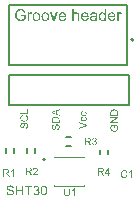
<source format=gbr>
G04*
G04 #@! TF.GenerationSoftware,Altium Limited,Altium Designer,25.0.2 (28)*
G04*
G04 Layer_Color=65535*
%FSLAX25Y25*%
%MOIN*%
G70*
G04*
G04 #@! TF.SameCoordinates,061776E8-EAF2-49E9-AD8A-D8C15C8D69D4*
G04*
G04*
G04 #@! TF.FilePolarity,Positive*
G04*
G01*
G75*
%ADD10C,0.00787*%
%ADD11C,0.00500*%
%ADD12C,0.00394*%
G36*
X10456Y29487D02*
X7937D01*
Y29822D01*
X10158D01*
Y31063D01*
X10456D01*
Y29487D01*
D02*
G37*
G36*
X9677Y29086D02*
X9699Y29079D01*
X9728Y29068D01*
X9761Y29057D01*
X9801Y29043D01*
X9845Y29024D01*
X9892Y29003D01*
X9994Y28952D01*
X10096Y28886D01*
X10147Y28846D01*
X10198Y28806D01*
X10242Y28762D01*
X10285Y28712D01*
X10289Y28708D01*
X10296Y28701D01*
X10303Y28682D01*
X10318Y28664D01*
X10336Y28635D01*
X10354Y28606D01*
X10373Y28566D01*
X10391Y28526D01*
X10413Y28479D01*
X10431Y28428D01*
X10449Y28373D01*
X10467Y28315D01*
X10482Y28253D01*
X10489Y28187D01*
X10496Y28118D01*
X10500Y28045D01*
Y28005D01*
X10496Y27976D01*
Y27943D01*
X10493Y27903D01*
X10485Y27860D01*
X10478Y27809D01*
X10460Y27703D01*
X10431Y27594D01*
X10391Y27485D01*
X10365Y27434D01*
X10336Y27383D01*
X10333Y27379D01*
X10329Y27372D01*
X10318Y27357D01*
X10303Y27343D01*
X10289Y27321D01*
X10267Y27296D01*
X10242Y27266D01*
X10212Y27237D01*
X10180Y27208D01*
X10147Y27175D01*
X10063Y27110D01*
X9965Y27048D01*
X9856Y26993D01*
X9852D01*
X9841Y26986D01*
X9823Y26983D01*
X9801Y26972D01*
X9772Y26964D01*
X9736Y26953D01*
X9696Y26939D01*
X9652Y26928D01*
X9605Y26917D01*
X9550Y26902D01*
X9437Y26884D01*
X9310Y26870D01*
X9179Y26862D01*
X9175D01*
X9161D01*
X9139D01*
X9113Y26866D01*
X9077D01*
X9040Y26870D01*
X8993Y26873D01*
X8946Y26881D01*
X8840Y26899D01*
X8724Y26924D01*
X8607Y26961D01*
X8494Y27012D01*
X8491Y27015D01*
X8480Y27019D01*
X8465Y27026D01*
X8447Y27041D01*
X8422Y27055D01*
X8392Y27073D01*
X8327Y27121D01*
X8254Y27183D01*
X8181Y27255D01*
X8108Y27339D01*
X8047Y27437D01*
X8043Y27441D01*
X8039Y27452D01*
X8032Y27467D01*
X8021Y27485D01*
X8010Y27514D01*
X7999Y27543D01*
X7985Y27579D01*
X7970Y27619D01*
X7956Y27663D01*
X7941Y27711D01*
X7919Y27812D01*
X7901Y27929D01*
X7894Y28049D01*
Y28085D01*
X7897Y28111D01*
X7901Y28144D01*
X7905Y28184D01*
X7908Y28224D01*
X7919Y28271D01*
X7941Y28369D01*
X7974Y28479D01*
X7996Y28533D01*
X8021Y28584D01*
X8054Y28635D01*
X8087Y28686D01*
X8090Y28690D01*
X8094Y28697D01*
X8105Y28712D01*
X8123Y28730D01*
X8141Y28748D01*
X8167Y28773D01*
X8196Y28799D01*
X8225Y28828D01*
X8261Y28857D01*
X8305Y28886D01*
X8349Y28919D01*
X8396Y28948D01*
X8451Y28974D01*
X8505Y29003D01*
X8563Y29024D01*
X8629Y29046D01*
X8705Y28719D01*
X8702D01*
X8695Y28715D01*
X8680Y28708D01*
X8662Y28701D01*
X8640Y28693D01*
X8611Y28682D01*
X8553Y28653D01*
X8487Y28617D01*
X8422Y28573D01*
X8360Y28519D01*
X8305Y28460D01*
X8298Y28453D01*
X8283Y28431D01*
X8265Y28395D01*
X8240Y28348D01*
X8218Y28286D01*
X8196Y28216D01*
X8181Y28133D01*
X8178Y28042D01*
Y28013D01*
X8181Y27994D01*
Y27969D01*
X8185Y27940D01*
X8196Y27871D01*
X8210Y27794D01*
X8236Y27714D01*
X8272Y27630D01*
X8320Y27554D01*
Y27550D01*
X8327Y27547D01*
X8345Y27521D01*
X8374Y27488D01*
X8418Y27448D01*
X8472Y27401D01*
X8534Y27357D01*
X8611Y27317D01*
X8695Y27281D01*
X8698D01*
X8705Y27277D01*
X8716Y27274D01*
X8735Y27270D01*
X8756Y27263D01*
X8782Y27255D01*
X8844Y27245D01*
X8917Y27230D01*
X8997Y27215D01*
X9084Y27208D01*
X9179Y27204D01*
X9182D01*
X9193D01*
X9211D01*
X9233D01*
X9259Y27208D01*
X9291D01*
X9328Y27212D01*
X9368Y27215D01*
X9455Y27226D01*
X9550Y27245D01*
X9645Y27266D01*
X9739Y27296D01*
X9743D01*
X9750Y27299D01*
X9761Y27306D01*
X9779Y27314D01*
X9823Y27336D01*
X9874Y27368D01*
X9932Y27408D01*
X9994Y27459D01*
X10049Y27518D01*
X10100Y27587D01*
Y27590D01*
X10103Y27598D01*
X10110Y27609D01*
X10118Y27623D01*
X10125Y27641D01*
X10136Y27663D01*
X10158Y27714D01*
X10180Y27780D01*
X10198Y27852D01*
X10212Y27933D01*
X10216Y28016D01*
Y28042D01*
X10212Y28064D01*
Y28089D01*
X10209Y28115D01*
X10194Y28180D01*
X10176Y28256D01*
X10147Y28333D01*
X10107Y28413D01*
X10085Y28453D01*
X10056Y28489D01*
X10052Y28493D01*
X10049Y28497D01*
X10038Y28508D01*
X10027Y28522D01*
X10009Y28537D01*
X9987Y28555D01*
X9965Y28577D01*
X9936Y28595D01*
X9903Y28617D01*
X9867Y28642D01*
X9830Y28664D01*
X9787Y28686D01*
X9739Y28704D01*
X9688Y28722D01*
X9634Y28741D01*
X9575Y28755D01*
X9659Y29090D01*
X9663D01*
X9677Y29086D01*
D02*
G37*
G36*
X9823Y26495D02*
X9874Y26487D01*
X9932Y26473D01*
X9994Y26455D01*
X10060Y26426D01*
X10129Y26386D01*
X10132D01*
X10136Y26382D01*
X10158Y26364D01*
X10191Y26338D01*
X10227Y26302D01*
X10271Y26254D01*
X10318Y26196D01*
X10362Y26131D01*
X10402Y26054D01*
Y26051D01*
X10405Y26043D01*
X10409Y26032D01*
X10416Y26018D01*
X10424Y25996D01*
X10435Y25971D01*
X10449Y25912D01*
X10467Y25843D01*
X10485Y25759D01*
X10496Y25668D01*
X10500Y25570D01*
Y25512D01*
X10496Y25483D01*
Y25450D01*
X10493Y25414D01*
X10489Y25370D01*
X10475Y25279D01*
X10460Y25184D01*
X10435Y25090D01*
X10402Y24999D01*
Y24995D01*
X10398Y24988D01*
X10391Y24977D01*
X10384Y24962D01*
X10362Y24919D01*
X10329Y24868D01*
X10285Y24809D01*
X10234Y24747D01*
X10172Y24689D01*
X10103Y24635D01*
X10100D01*
X10092Y24627D01*
X10081Y24624D01*
X10067Y24613D01*
X10049Y24606D01*
X10027Y24595D01*
X9972Y24569D01*
X9903Y24544D01*
X9827Y24522D01*
X9739Y24507D01*
X9648Y24500D01*
X9619Y24813D01*
X9623D01*
X9626D01*
X9637Y24817D01*
X9652D01*
X9685Y24824D01*
X9732Y24835D01*
X9779Y24849D01*
X9834Y24864D01*
X9885Y24890D01*
X9932Y24915D01*
X9936Y24919D01*
X9950Y24929D01*
X9976Y24948D01*
X10001Y24977D01*
X10034Y25013D01*
X10067Y25053D01*
X10100Y25108D01*
X10129Y25166D01*
Y25170D01*
X10132Y25173D01*
X10136Y25184D01*
X10140Y25195D01*
X10151Y25232D01*
X10165Y25279D01*
X10180Y25337D01*
X10191Y25403D01*
X10198Y25475D01*
X10202Y25556D01*
Y25588D01*
X10198Y25625D01*
X10194Y25668D01*
X10187Y25719D01*
X10180Y25778D01*
X10165Y25836D01*
X10147Y25890D01*
X10143Y25898D01*
X10136Y25916D01*
X10121Y25941D01*
X10107Y25974D01*
X10081Y26007D01*
X10056Y26043D01*
X10027Y26080D01*
X9990Y26109D01*
X9987Y26112D01*
X9972Y26120D01*
X9954Y26131D01*
X9925Y26145D01*
X9896Y26160D01*
X9859Y26171D01*
X9819Y26178D01*
X9776Y26182D01*
X9772D01*
X9754D01*
X9732Y26178D01*
X9703Y26174D01*
X9674Y26164D01*
X9637Y26153D01*
X9601Y26134D01*
X9568Y26109D01*
X9565Y26105D01*
X9554Y26094D01*
X9539Y26080D01*
X9517Y26054D01*
X9495Y26025D01*
X9470Y25985D01*
X9444Y25938D01*
X9423Y25883D01*
X9419Y25880D01*
X9415Y25861D01*
X9404Y25832D01*
X9401Y25814D01*
X9393Y25789D01*
X9382Y25763D01*
X9375Y25730D01*
X9364Y25694D01*
X9353Y25650D01*
X9342Y25607D01*
X9328Y25556D01*
X9313Y25497D01*
X9299Y25436D01*
Y25432D01*
X9295Y25421D01*
X9291Y25403D01*
X9284Y25381D01*
X9277Y25352D01*
X9270Y25319D01*
X9248Y25246D01*
X9222Y25166D01*
X9197Y25082D01*
X9171Y25010D01*
X9157Y24977D01*
X9142Y24948D01*
Y24944D01*
X9139Y24940D01*
X9124Y24919D01*
X9106Y24886D01*
X9077Y24849D01*
X9044Y24806D01*
X9004Y24762D01*
X8957Y24718D01*
X8906Y24682D01*
X8898Y24678D01*
X8880Y24667D01*
X8851Y24653D01*
X8815Y24638D01*
X8767Y24624D01*
X8713Y24609D01*
X8654Y24598D01*
X8593Y24595D01*
X8589D01*
X8585D01*
X8574D01*
X8560D01*
X8523Y24602D01*
X8476Y24609D01*
X8422Y24620D01*
X8360Y24638D01*
X8298Y24664D01*
X8236Y24700D01*
X8232D01*
X8229Y24704D01*
X8207Y24722D01*
X8178Y24747D01*
X8141Y24780D01*
X8101Y24824D01*
X8058Y24879D01*
X8017Y24944D01*
X7981Y25017D01*
Y25021D01*
X7977Y25028D01*
X7974Y25039D01*
X7967Y25053D01*
X7959Y25071D01*
X7952Y25097D01*
X7937Y25152D01*
X7923Y25221D01*
X7908Y25301D01*
X7897Y25385D01*
X7894Y25479D01*
Y25526D01*
X7897Y25552D01*
Y25577D01*
X7905Y25647D01*
X7916Y25723D01*
X7934Y25803D01*
X7956Y25890D01*
X7985Y25971D01*
Y25974D01*
X7988Y25982D01*
X7996Y25992D01*
X8003Y26007D01*
X8021Y26043D01*
X8054Y26091D01*
X8090Y26145D01*
X8138Y26200D01*
X8192Y26251D01*
X8254Y26298D01*
X8258D01*
X8261Y26302D01*
X8272Y26309D01*
X8283Y26316D01*
X8320Y26335D01*
X8367Y26356D01*
X8425Y26382D01*
X8494Y26400D01*
X8567Y26418D01*
X8647Y26426D01*
X8673Y26105D01*
X8669D01*
X8662D01*
X8651Y26102D01*
X8633Y26098D01*
X8593Y26087D01*
X8538Y26072D01*
X8480Y26051D01*
X8422Y26018D01*
X8367Y25978D01*
X8316Y25927D01*
X8312Y25920D01*
X8298Y25901D01*
X8276Y25865D01*
X8254Y25818D01*
X8232Y25756D01*
X8210Y25683D01*
X8196Y25592D01*
X8192Y25490D01*
Y25439D01*
X8196Y25417D01*
X8200Y25388D01*
X8207Y25323D01*
X8221Y25250D01*
X8240Y25177D01*
X8269Y25108D01*
X8287Y25079D01*
X8305Y25050D01*
X8309Y25042D01*
X8323Y25028D01*
X8349Y25006D01*
X8378Y24984D01*
X8418Y24959D01*
X8462Y24937D01*
X8513Y24922D01*
X8571Y24915D01*
X8578D01*
X8593D01*
X8618Y24919D01*
X8647Y24926D01*
X8684Y24937D01*
X8720Y24955D01*
X8756Y24977D01*
X8793Y25010D01*
X8796Y25013D01*
X8807Y25031D01*
X8818Y25046D01*
X8826Y25061D01*
X8837Y25082D01*
X8851Y25108D01*
X8862Y25141D01*
X8877Y25177D01*
X8891Y25217D01*
X8909Y25264D01*
X8924Y25315D01*
X8942Y25374D01*
X8957Y25439D01*
X8975Y25512D01*
Y25516D01*
X8979Y25530D01*
X8982Y25552D01*
X8989Y25577D01*
X8997Y25610D01*
X9008Y25650D01*
X9019Y25690D01*
X9029Y25734D01*
X9055Y25829D01*
X9080Y25920D01*
X9095Y25963D01*
X9110Y26003D01*
X9120Y26040D01*
X9135Y26069D01*
Y26072D01*
X9139Y26080D01*
X9146Y26091D01*
X9153Y26105D01*
X9175Y26145D01*
X9204Y26193D01*
X9244Y26247D01*
X9288Y26302D01*
X9339Y26353D01*
X9393Y26396D01*
X9401Y26400D01*
X9419Y26415D01*
X9452Y26429D01*
X9495Y26451D01*
X9546Y26469D01*
X9608Y26487D01*
X9677Y26498D01*
X9750Y26502D01*
X9754D01*
X9757D01*
X9768D01*
X9783D01*
X9823Y26495D01*
D02*
G37*
G36*
X4635Y5603D02*
X4668D01*
X4755Y5594D01*
X4852Y5580D01*
X4954Y5557D01*
X5065Y5529D01*
X5167Y5492D01*
X5171D01*
X5180Y5488D01*
X5194Y5479D01*
X5213Y5469D01*
X5259Y5446D01*
X5319Y5405D01*
X5388Y5358D01*
X5457Y5298D01*
X5522Y5229D01*
X5582Y5150D01*
Y5146D01*
X5587Y5141D01*
X5596Y5127D01*
X5605Y5114D01*
X5629Y5067D01*
X5656Y5007D01*
X5689Y4933D01*
X5712Y4846D01*
X5735Y4753D01*
X5744Y4652D01*
X5337Y4619D01*
Y4624D01*
Y4633D01*
X5333Y4647D01*
X5328Y4670D01*
X5314Y4721D01*
X5296Y4790D01*
X5268Y4864D01*
X5226Y4938D01*
X5176Y5007D01*
X5111Y5072D01*
X5102Y5077D01*
X5079Y5095D01*
X5032Y5123D01*
X4972Y5150D01*
X4894Y5178D01*
X4801Y5206D01*
X4686Y5224D01*
X4557Y5229D01*
X4492D01*
X4464Y5224D01*
X4427Y5220D01*
X4344Y5211D01*
X4252Y5192D01*
X4159Y5169D01*
X4072Y5132D01*
X4035Y5109D01*
X3998Y5086D01*
X3988Y5081D01*
X3970Y5063D01*
X3942Y5030D01*
X3915Y4993D01*
X3882Y4943D01*
X3854Y4887D01*
X3836Y4823D01*
X3827Y4749D01*
Y4739D01*
Y4721D01*
X3831Y4688D01*
X3841Y4652D01*
X3854Y4605D01*
X3878Y4559D01*
X3905Y4513D01*
X3947Y4467D01*
X3951Y4462D01*
X3974Y4448D01*
X3993Y4434D01*
X4011Y4425D01*
X4039Y4411D01*
X4072Y4393D01*
X4113Y4379D01*
X4159Y4360D01*
X4210Y4342D01*
X4270Y4319D01*
X4335Y4301D01*
X4409Y4277D01*
X4492Y4259D01*
X4584Y4236D01*
X4589D01*
X4608Y4231D01*
X4635Y4227D01*
X4668Y4217D01*
X4709Y4208D01*
X4760Y4194D01*
X4811Y4180D01*
X4866Y4166D01*
X4986Y4134D01*
X5102Y4102D01*
X5157Y4083D01*
X5208Y4065D01*
X5254Y4051D01*
X5291Y4033D01*
X5296D01*
X5305Y4028D01*
X5319Y4019D01*
X5337Y4009D01*
X5388Y3982D01*
X5448Y3945D01*
X5518Y3894D01*
X5587Y3839D01*
X5652Y3774D01*
X5707Y3704D01*
X5712Y3695D01*
X5730Y3672D01*
X5749Y3631D01*
X5776Y3575D01*
X5799Y3510D01*
X5822Y3432D01*
X5836Y3344D01*
X5841Y3252D01*
Y3247D01*
Y3243D01*
Y3229D01*
Y3210D01*
X5832Y3159D01*
X5822Y3095D01*
X5804Y3021D01*
X5781Y2942D01*
X5744Y2859D01*
X5693Y2771D01*
Y2767D01*
X5689Y2762D01*
X5665Y2734D01*
X5633Y2693D01*
X5587Y2647D01*
X5527Y2591D01*
X5453Y2531D01*
X5370Y2476D01*
X5273Y2425D01*
X5268D01*
X5259Y2420D01*
X5245Y2416D01*
X5226Y2406D01*
X5199Y2397D01*
X5167Y2383D01*
X5093Y2365D01*
X5005Y2342D01*
X4899Y2318D01*
X4783Y2305D01*
X4658Y2300D01*
X4584D01*
X4547Y2305D01*
X4506D01*
X4460Y2309D01*
X4404Y2314D01*
X4289Y2332D01*
X4169Y2351D01*
X4048Y2383D01*
X3933Y2425D01*
X3928D01*
X3919Y2429D01*
X3905Y2439D01*
X3887Y2448D01*
X3831Y2476D01*
X3767Y2517D01*
X3693Y2573D01*
X3614Y2637D01*
X3540Y2716D01*
X3471Y2804D01*
Y2808D01*
X3462Y2817D01*
X3457Y2831D01*
X3443Y2850D01*
X3434Y2873D01*
X3420Y2901D01*
X3388Y2970D01*
X3355Y3058D01*
X3328Y3155D01*
X3309Y3266D01*
X3300Y3381D01*
X3697Y3418D01*
Y3413D01*
Y3409D01*
X3702Y3395D01*
Y3376D01*
X3711Y3335D01*
X3725Y3275D01*
X3743Y3215D01*
X3762Y3145D01*
X3794Y3081D01*
X3827Y3021D01*
X3831Y3016D01*
X3845Y2998D01*
X3868Y2965D01*
X3905Y2933D01*
X3951Y2891D01*
X4002Y2850D01*
X4072Y2808D01*
X4146Y2771D01*
X4150D01*
X4155Y2767D01*
X4169Y2762D01*
X4182Y2757D01*
X4229Y2743D01*
X4289Y2725D01*
X4363Y2707D01*
X4446Y2693D01*
X4538Y2684D01*
X4640Y2679D01*
X4681D01*
X4728Y2684D01*
X4783Y2688D01*
X4848Y2697D01*
X4922Y2707D01*
X4995Y2725D01*
X5065Y2748D01*
X5074Y2753D01*
X5097Y2762D01*
X5130Y2781D01*
X5171Y2799D01*
X5213Y2831D01*
X5259Y2864D01*
X5305Y2901D01*
X5342Y2947D01*
X5347Y2951D01*
X5356Y2970D01*
X5370Y2993D01*
X5388Y3030D01*
X5407Y3067D01*
X5421Y3113D01*
X5430Y3164D01*
X5434Y3219D01*
Y3224D01*
Y3247D01*
X5430Y3275D01*
X5425Y3312D01*
X5411Y3349D01*
X5398Y3395D01*
X5374Y3441D01*
X5342Y3483D01*
X5337Y3487D01*
X5324Y3501D01*
X5305Y3520D01*
X5273Y3547D01*
X5236Y3575D01*
X5185Y3607D01*
X5125Y3640D01*
X5056Y3667D01*
X5051Y3672D01*
X5028Y3677D01*
X4991Y3691D01*
X4968Y3695D01*
X4936Y3704D01*
X4903Y3718D01*
X4862Y3728D01*
X4815Y3741D01*
X4760Y3755D01*
X4704Y3769D01*
X4640Y3788D01*
X4566Y3806D01*
X4487Y3825D01*
X4483D01*
X4469Y3829D01*
X4446Y3834D01*
X4418Y3843D01*
X4381Y3852D01*
X4340Y3862D01*
X4247Y3889D01*
X4146Y3922D01*
X4039Y3954D01*
X3947Y3986D01*
X3905Y4005D01*
X3868Y4023D01*
X3864D01*
X3859Y4028D01*
X3831Y4046D01*
X3790Y4070D01*
X3743Y4106D01*
X3688Y4148D01*
X3633Y4199D01*
X3577Y4259D01*
X3531Y4324D01*
X3526Y4333D01*
X3512Y4356D01*
X3494Y4393D01*
X3476Y4439D01*
X3457Y4499D01*
X3439Y4568D01*
X3425Y4642D01*
X3420Y4721D01*
Y4725D01*
Y4730D01*
Y4744D01*
Y4763D01*
X3429Y4809D01*
X3439Y4869D01*
X3452Y4938D01*
X3476Y5017D01*
X3508Y5095D01*
X3554Y5174D01*
Y5178D01*
X3559Y5183D01*
X3582Y5211D01*
X3614Y5248D01*
X3656Y5294D01*
X3711Y5345D01*
X3780Y5400D01*
X3864Y5451D01*
X3956Y5497D01*
X3961D01*
X3970Y5502D01*
X3984Y5506D01*
X4002Y5516D01*
X4025Y5525D01*
X4058Y5534D01*
X4127Y5553D01*
X4215Y5571D01*
X4316Y5589D01*
X4423Y5603D01*
X4543Y5608D01*
X4603D01*
X4635Y5603D01*
D02*
G37*
G36*
X8941Y2355D02*
X8516D01*
Y3862D01*
X6862D01*
Y2355D01*
X6437D01*
Y5553D01*
X6862D01*
Y4240D01*
X8516D01*
Y5553D01*
X8941D01*
Y2355D01*
D02*
G37*
G36*
X13316Y5562D02*
X13376Y5553D01*
X13450Y5539D01*
X13533Y5516D01*
X13616Y5488D01*
X13700Y5451D01*
X13704D01*
X13709Y5446D01*
X13737Y5432D01*
X13778Y5405D01*
X13824Y5372D01*
X13880Y5326D01*
X13935Y5275D01*
X13991Y5215D01*
X14037Y5146D01*
X14041Y5137D01*
X14055Y5114D01*
X14074Y5072D01*
X14097Y5021D01*
X14120Y4961D01*
X14139Y4892D01*
X14152Y4813D01*
X14157Y4735D01*
Y4725D01*
Y4698D01*
X14152Y4661D01*
X14143Y4610D01*
X14129Y4550D01*
X14106Y4485D01*
X14078Y4421D01*
X14041Y4356D01*
X14037Y4347D01*
X14023Y4328D01*
X13995Y4296D01*
X13958Y4259D01*
X13912Y4217D01*
X13857Y4171D01*
X13792Y4129D01*
X13713Y4088D01*
X13718D01*
X13727Y4083D01*
X13741Y4079D01*
X13760Y4074D01*
X13811Y4056D01*
X13875Y4028D01*
X13949Y3991D01*
X14023Y3945D01*
X14092Y3885D01*
X14157Y3815D01*
X14162Y3806D01*
X14180Y3778D01*
X14208Y3732D01*
X14235Y3672D01*
X14263Y3598D01*
X14291Y3510D01*
X14310Y3409D01*
X14314Y3298D01*
Y3293D01*
Y3279D01*
Y3256D01*
X14310Y3229D01*
X14305Y3192D01*
X14296Y3150D01*
X14286Y3104D01*
X14277Y3053D01*
X14240Y2942D01*
X14212Y2882D01*
X14185Y2827D01*
X14148Y2767D01*
X14106Y2707D01*
X14060Y2647D01*
X14005Y2591D01*
X14000Y2586D01*
X13991Y2577D01*
X13972Y2563D01*
X13949Y2545D01*
X13921Y2522D01*
X13884Y2499D01*
X13843Y2471D01*
X13792Y2448D01*
X13741Y2420D01*
X13681Y2392D01*
X13621Y2369D01*
X13552Y2346D01*
X13478Y2328D01*
X13399Y2314D01*
X13321Y2305D01*
X13233Y2300D01*
X13191D01*
X13164Y2305D01*
X13127Y2309D01*
X13085Y2314D01*
X13039Y2323D01*
X12988Y2332D01*
X12877Y2360D01*
X12762Y2406D01*
X12702Y2434D01*
X12646Y2466D01*
X12591Y2508D01*
X12535Y2550D01*
X12531Y2554D01*
X12521Y2563D01*
X12508Y2577D01*
X12494Y2596D01*
X12471Y2619D01*
X12448Y2651D01*
X12420Y2684D01*
X12392Y2725D01*
X12364Y2771D01*
X12337Y2817D01*
X12286Y2928D01*
X12244Y3058D01*
X12230Y3127D01*
X12221Y3201D01*
X12614Y3252D01*
Y3247D01*
X12618Y3238D01*
X12623Y3219D01*
X12628Y3196D01*
X12632Y3169D01*
X12642Y3136D01*
X12665Y3067D01*
X12697Y2984D01*
X12739Y2905D01*
X12785Y2831D01*
X12840Y2767D01*
X12849Y2762D01*
X12868Y2743D01*
X12905Y2720D01*
X12951Y2697D01*
X13007Y2670D01*
X13076Y2647D01*
X13155Y2628D01*
X13238Y2623D01*
X13265D01*
X13284Y2628D01*
X13335Y2633D01*
X13399Y2647D01*
X13473Y2670D01*
X13552Y2702D01*
X13630Y2748D01*
X13704Y2813D01*
X13713Y2822D01*
X13737Y2850D01*
X13764Y2891D01*
X13801Y2947D01*
X13838Y3016D01*
X13866Y3095D01*
X13889Y3187D01*
X13898Y3289D01*
Y3293D01*
Y3303D01*
Y3316D01*
X13894Y3335D01*
X13889Y3386D01*
X13875Y3446D01*
X13857Y3520D01*
X13824Y3594D01*
X13778Y3667D01*
X13718Y3737D01*
X13709Y3746D01*
X13686Y3765D01*
X13649Y3792D01*
X13598Y3825D01*
X13533Y3857D01*
X13455Y3885D01*
X13367Y3903D01*
X13270Y3912D01*
X13228D01*
X13196Y3908D01*
X13155Y3903D01*
X13108Y3894D01*
X13053Y3885D01*
X12993Y3871D01*
X13039Y4217D01*
X13062D01*
X13081Y4213D01*
X13141D01*
X13191Y4222D01*
X13251Y4231D01*
X13321Y4245D01*
X13399Y4268D01*
X13473Y4301D01*
X13552Y4342D01*
X13556D01*
X13561Y4347D01*
X13584Y4365D01*
X13616Y4397D01*
X13653Y4439D01*
X13690Y4499D01*
X13723Y4568D01*
X13746Y4647D01*
X13755Y4693D01*
Y4744D01*
Y4749D01*
Y4753D01*
Y4781D01*
X13746Y4818D01*
X13737Y4869D01*
X13718Y4924D01*
X13695Y4984D01*
X13658Y5044D01*
X13607Y5100D01*
X13603Y5104D01*
X13579Y5123D01*
X13547Y5146D01*
X13506Y5174D01*
X13450Y5197D01*
X13386Y5220D01*
X13311Y5238D01*
X13228Y5243D01*
X13191D01*
X13150Y5234D01*
X13094Y5224D01*
X13034Y5206D01*
X12974Y5183D01*
X12910Y5146D01*
X12849Y5100D01*
X12845Y5095D01*
X12826Y5072D01*
X12799Y5040D01*
X12766Y4993D01*
X12734Y4933D01*
X12702Y4860D01*
X12674Y4772D01*
X12655Y4670D01*
X12263Y4739D01*
Y4744D01*
X12267Y4758D01*
X12272Y4776D01*
X12277Y4804D01*
X12286Y4836D01*
X12300Y4873D01*
X12327Y4961D01*
X12374Y5063D01*
X12429Y5164D01*
X12498Y5261D01*
X12586Y5349D01*
X12591Y5354D01*
X12600Y5358D01*
X12614Y5368D01*
X12632Y5381D01*
X12655Y5400D01*
X12688Y5418D01*
X12720Y5437D01*
X12762Y5460D01*
X12854Y5497D01*
X12960Y5534D01*
X13085Y5557D01*
X13150Y5566D01*
X13265D01*
X13316Y5562D01*
D02*
G37*
G36*
X11939Y5174D02*
X10886D01*
Y2355D01*
X10461D01*
Y5174D01*
X9408D01*
Y5553D01*
X11939D01*
Y5174D01*
D02*
G37*
G36*
X15839Y5562D02*
X15899Y5553D01*
X15968Y5539D01*
X16042Y5520D01*
X16120Y5497D01*
X16194Y5460D01*
X16199D01*
X16204Y5455D01*
X16227Y5442D01*
X16264Y5418D01*
X16310Y5386D01*
X16361Y5340D01*
X16416Y5289D01*
X16467Y5229D01*
X16518Y5160D01*
X16522Y5150D01*
X16541Y5127D01*
X16559Y5086D01*
X16592Y5026D01*
X16620Y4956D01*
X16656Y4878D01*
X16689Y4786D01*
X16716Y4684D01*
Y4679D01*
X16721Y4670D01*
X16726Y4656D01*
X16730Y4633D01*
X16735Y4605D01*
X16740Y4573D01*
X16749Y4532D01*
X16753Y4485D01*
X16763Y4434D01*
X16767Y4379D01*
X16772Y4314D01*
X16781Y4250D01*
X16786Y4176D01*
Y4102D01*
X16790Y4019D01*
Y3931D01*
Y3926D01*
Y3908D01*
Y3875D01*
Y3839D01*
X16786Y3788D01*
Y3732D01*
X16781Y3672D01*
X16777Y3607D01*
X16763Y3460D01*
X16740Y3307D01*
X16712Y3159D01*
X16693Y3090D01*
X16670Y3021D01*
Y3016D01*
X16666Y3007D01*
X16656Y2988D01*
X16647Y2965D01*
X16638Y2933D01*
X16620Y2901D01*
X16582Y2822D01*
X16536Y2739D01*
X16476Y2647D01*
X16407Y2563D01*
X16324Y2485D01*
X16319D01*
X16315Y2476D01*
X16301Y2466D01*
X16282Y2457D01*
X16259Y2443D01*
X16236Y2425D01*
X16167Y2392D01*
X16083Y2360D01*
X15987Y2328D01*
X15871Y2309D01*
X15746Y2300D01*
X15700D01*
X15668Y2305D01*
X15631Y2309D01*
X15585Y2318D01*
X15534Y2328D01*
X15478Y2342D01*
X15423Y2360D01*
X15363Y2379D01*
X15303Y2406D01*
X15243Y2439D01*
X15183Y2476D01*
X15123Y2522D01*
X15067Y2573D01*
X15016Y2628D01*
X15012Y2633D01*
X15002Y2647D01*
X14989Y2670D01*
X14965Y2707D01*
X14942Y2748D01*
X14919Y2804D01*
X14887Y2868D01*
X14859Y2942D01*
X14831Y3025D01*
X14804Y3122D01*
X14776Y3229D01*
X14753Y3349D01*
X14730Y3478D01*
X14716Y3617D01*
X14707Y3769D01*
X14702Y3931D01*
Y3935D01*
Y3954D01*
Y3986D01*
Y4023D01*
X14707Y4074D01*
Y4129D01*
X14711Y4190D01*
X14716Y4259D01*
X14730Y4402D01*
X14753Y4555D01*
X14781Y4707D01*
X14799Y4776D01*
X14818Y4846D01*
Y4850D01*
X14822Y4860D01*
X14831Y4878D01*
X14841Y4901D01*
X14850Y4933D01*
X14868Y4966D01*
X14905Y5044D01*
X14952Y5127D01*
X15012Y5215D01*
X15081Y5303D01*
X15164Y5377D01*
X15169D01*
X15173Y5386D01*
X15187Y5395D01*
X15206Y5405D01*
X15229Y5423D01*
X15257Y5437D01*
X15326Y5474D01*
X15409Y5506D01*
X15506Y5539D01*
X15621Y5557D01*
X15746Y5566D01*
X15788D01*
X15839Y5562D01*
D02*
G37*
G36*
X29345Y30324D02*
X29359Y30320D01*
X29381Y30317D01*
X29410Y30309D01*
X29439Y30302D01*
X29512Y30277D01*
X29589Y30244D01*
X29672Y30197D01*
X29752Y30138D01*
X29789Y30106D01*
X29825Y30069D01*
X29829Y30066D01*
X29833Y30058D01*
X29840Y30047D01*
X29851Y30033D01*
X29865Y30015D01*
X29880Y29989D01*
X29894Y29960D01*
X29913Y29931D01*
X29945Y29858D01*
X29971Y29771D01*
X29993Y29676D01*
X29996Y29621D01*
X30000Y29567D01*
Y29531D01*
X29996Y29505D01*
X29993Y29472D01*
X29985Y29436D01*
X29978Y29396D01*
X29971Y29352D01*
X29942Y29254D01*
X29920Y29206D01*
X29898Y29156D01*
X29869Y29105D01*
X29836Y29057D01*
X29800Y29010D01*
X29756Y28966D01*
X29752Y28963D01*
X29745Y28955D01*
X29731Y28944D01*
X29712Y28930D01*
X29687Y28915D01*
X29654Y28894D01*
X29618Y28875D01*
X29578Y28853D01*
X29530Y28832D01*
X29476Y28813D01*
X29421Y28792D01*
X29356Y28777D01*
X29290Y28762D01*
X29214Y28752D01*
X29137Y28744D01*
X29054Y28741D01*
X29050D01*
X29039D01*
X29024D01*
X29003D01*
X28977Y28744D01*
X28948D01*
X28915Y28748D01*
X28879Y28752D01*
X28799Y28762D01*
X28711Y28781D01*
X28624Y28802D01*
X28537Y28835D01*
X28533D01*
X28526Y28839D01*
X28515Y28846D01*
X28500Y28853D01*
X28460Y28875D01*
X28413Y28908D01*
X28358Y28952D01*
X28304Y29003D01*
X28249Y29065D01*
X28205Y29134D01*
Y29137D01*
X28202Y29145D01*
X28195Y29156D01*
X28187Y29170D01*
X28180Y29188D01*
X28169Y29210D01*
X28147Y29265D01*
X28129Y29327D01*
X28111Y29403D01*
X28096Y29483D01*
X28093Y29570D01*
Y29600D01*
X28096Y29621D01*
Y29643D01*
X28100Y29672D01*
X28111Y29742D01*
X28129Y29818D01*
X28158Y29898D01*
X28195Y29978D01*
X28245Y30055D01*
Y30058D01*
X28253Y30062D01*
X28275Y30084D01*
X28307Y30117D01*
X28355Y30157D01*
X28413Y30197D01*
X28486Y30237D01*
X28569Y30273D01*
X28668Y30299D01*
X28715Y29996D01*
X28711D01*
X28708Y29993D01*
X28686Y29989D01*
X28653Y29978D01*
X28613Y29960D01*
X28569Y29942D01*
X28522Y29913D01*
X28479Y29880D01*
X28442Y29844D01*
X28438Y29840D01*
X28427Y29825D01*
X28413Y29800D01*
X28395Y29771D01*
X28377Y29731D01*
X28362Y29687D01*
X28351Y29636D01*
X28347Y29581D01*
Y29560D01*
X28351Y29541D01*
X28355Y29501D01*
X28369Y29447D01*
X28387Y29388D01*
X28417Y29323D01*
X28460Y29261D01*
X28486Y29232D01*
X28515Y29203D01*
X28519D01*
X28522Y29196D01*
X28533Y29188D01*
X28548Y29181D01*
X28566Y29170D01*
X28588Y29156D01*
X28613Y29145D01*
X28642Y29130D01*
X28679Y29116D01*
X28719Y29105D01*
X28762Y29090D01*
X28810Y29079D01*
X28861Y29072D01*
X28919Y29065D01*
X28981Y29057D01*
X29046D01*
X29050D01*
X29061D01*
X29083D01*
X29105Y29061D01*
X29137D01*
X29170Y29065D01*
X29250Y29076D01*
X29337Y29090D01*
X29428Y29116D01*
X29509Y29148D01*
X29549Y29170D01*
X29581Y29196D01*
X29589Y29203D01*
X29607Y29221D01*
X29632Y29254D01*
X29662Y29294D01*
X29694Y29348D01*
X29720Y29410D01*
X29738Y29483D01*
X29742Y29523D01*
X29745Y29563D01*
Y29570D01*
X29742Y29592D01*
X29738Y29629D01*
X29731Y29669D01*
X29720Y29716D01*
X29698Y29767D01*
X29672Y29818D01*
X29636Y29865D01*
X29632Y29873D01*
X29614Y29884D01*
X29589Y29905D01*
X29549Y29931D01*
X29501Y29956D01*
X29443Y29985D01*
X29370Y30007D01*
X29290Y30022D01*
X29330Y30328D01*
X29334D01*
X29345Y30324D01*
D02*
G37*
G36*
Y28562D02*
X29359Y28559D01*
X29381Y28555D01*
X29410Y28548D01*
X29439Y28540D01*
X29512Y28515D01*
X29589Y28482D01*
X29672Y28435D01*
X29752Y28377D01*
X29789Y28344D01*
X29825Y28307D01*
X29829Y28304D01*
X29833Y28297D01*
X29840Y28286D01*
X29851Y28271D01*
X29865Y28253D01*
X29880Y28227D01*
X29894Y28198D01*
X29913Y28169D01*
X29945Y28096D01*
X29971Y28009D01*
X29993Y27914D01*
X29996Y27860D01*
X30000Y27805D01*
Y27769D01*
X29996Y27743D01*
X29993Y27711D01*
X29985Y27674D01*
X29978Y27634D01*
X29971Y27590D01*
X29942Y27492D01*
X29920Y27445D01*
X29898Y27394D01*
X29869Y27343D01*
X29836Y27296D01*
X29800Y27248D01*
X29756Y27204D01*
X29752Y27201D01*
X29745Y27194D01*
X29731Y27183D01*
X29712Y27168D01*
X29687Y27154D01*
X29654Y27132D01*
X29618Y27114D01*
X29578Y27092D01*
X29530Y27070D01*
X29476Y27052D01*
X29421Y27030D01*
X29356Y27015D01*
X29290Y27001D01*
X29214Y26990D01*
X29137Y26983D01*
X29054Y26979D01*
X29050D01*
X29039D01*
X29024D01*
X29003D01*
X28977Y26983D01*
X28948D01*
X28915Y26986D01*
X28879Y26990D01*
X28799Y27001D01*
X28711Y27019D01*
X28624Y27041D01*
X28537Y27073D01*
X28533D01*
X28526Y27077D01*
X28515Y27084D01*
X28500Y27092D01*
X28460Y27114D01*
X28413Y27146D01*
X28358Y27190D01*
X28304Y27241D01*
X28249Y27303D01*
X28205Y27372D01*
Y27376D01*
X28202Y27383D01*
X28195Y27394D01*
X28187Y27408D01*
X28180Y27427D01*
X28169Y27448D01*
X28147Y27503D01*
X28129Y27565D01*
X28111Y27641D01*
X28096Y27721D01*
X28093Y27809D01*
Y27838D01*
X28096Y27860D01*
Y27882D01*
X28100Y27911D01*
X28111Y27980D01*
X28129Y28056D01*
X28158Y28136D01*
X28195Y28216D01*
X28245Y28293D01*
Y28297D01*
X28253Y28300D01*
X28275Y28322D01*
X28307Y28355D01*
X28355Y28395D01*
X28413Y28435D01*
X28486Y28475D01*
X28569Y28511D01*
X28668Y28537D01*
X28715Y28235D01*
X28711D01*
X28708Y28231D01*
X28686Y28227D01*
X28653Y28216D01*
X28613Y28198D01*
X28569Y28180D01*
X28522Y28151D01*
X28479Y28118D01*
X28442Y28082D01*
X28438Y28078D01*
X28427Y28064D01*
X28413Y28038D01*
X28395Y28009D01*
X28377Y27969D01*
X28362Y27925D01*
X28351Y27874D01*
X28347Y27820D01*
Y27798D01*
X28351Y27780D01*
X28355Y27740D01*
X28369Y27685D01*
X28387Y27627D01*
X28417Y27561D01*
X28460Y27499D01*
X28486Y27470D01*
X28515Y27441D01*
X28519D01*
X28522Y27434D01*
X28533Y27427D01*
X28548Y27419D01*
X28566Y27408D01*
X28588Y27394D01*
X28613Y27383D01*
X28642Y27368D01*
X28679Y27354D01*
X28719Y27343D01*
X28762Y27328D01*
X28810Y27317D01*
X28861Y27310D01*
X28919Y27303D01*
X28981Y27296D01*
X29046D01*
X29050D01*
X29061D01*
X29083D01*
X29105Y27299D01*
X29137D01*
X29170Y27303D01*
X29250Y27314D01*
X29337Y27328D01*
X29428Y27354D01*
X29509Y27387D01*
X29549Y27408D01*
X29581Y27434D01*
X29589Y27441D01*
X29607Y27459D01*
X29632Y27492D01*
X29662Y27532D01*
X29694Y27587D01*
X29720Y27649D01*
X29738Y27721D01*
X29742Y27761D01*
X29745Y27801D01*
Y27809D01*
X29742Y27831D01*
X29738Y27867D01*
X29731Y27907D01*
X29720Y27954D01*
X29698Y28005D01*
X29672Y28056D01*
X29636Y28104D01*
X29632Y28111D01*
X29614Y28122D01*
X29589Y28144D01*
X29549Y28169D01*
X29501Y28195D01*
X29443Y28224D01*
X29370Y28246D01*
X29290Y28260D01*
X29330Y28566D01*
X29334D01*
X29345Y28562D01*
D02*
G37*
G36*
X29960Y25821D02*
Y25475D01*
X27441Y24500D01*
Y24864D01*
X29272Y25519D01*
X29276D01*
X29283Y25523D01*
X29294Y25526D01*
X29308Y25534D01*
X29330Y25537D01*
X29352Y25545D01*
X29407Y25563D01*
X29469Y25585D01*
X29538Y25607D01*
X29683Y25650D01*
X29680D01*
X29672Y25654D01*
X29662Y25657D01*
X29647Y25661D01*
X29607Y25672D01*
X29552Y25690D01*
X29490Y25708D01*
X29421Y25730D01*
X29348Y25756D01*
X29272Y25785D01*
X27441Y26469D01*
Y26808D01*
X29960Y25821D01*
D02*
G37*
G36*
X20956Y30701D02*
X20192Y30406D01*
Y29351D01*
X20956Y29078D01*
Y28725D01*
X18437Y29686D01*
Y30050D01*
X20956Y31080D01*
Y30701D01*
D02*
G37*
G36*
X19759Y28539D02*
X19788D01*
X19857Y28535D01*
X19937Y28525D01*
X20021Y28514D01*
X20108Y28495D01*
X20196Y28474D01*
X20199D01*
X20207Y28470D01*
X20217Y28466D01*
X20232Y28463D01*
X20272Y28448D01*
X20323Y28426D01*
X20381Y28404D01*
X20439Y28375D01*
X20501Y28339D01*
X20560Y28302D01*
X20567Y28299D01*
X20585Y28284D01*
X20610Y28262D01*
X20643Y28233D01*
X20680Y28201D01*
X20716Y28161D01*
X20756Y28120D01*
X20789Y28073D01*
X20793Y28066D01*
X20803Y28051D01*
X20818Y28026D01*
X20836Y27989D01*
X20858Y27946D01*
X20876Y27895D01*
X20898Y27837D01*
X20916Y27771D01*
Y27764D01*
X20920Y27753D01*
X20924Y27742D01*
X20927Y27705D01*
X20934Y27655D01*
X20942Y27596D01*
X20949Y27527D01*
X20953Y27451D01*
X20956Y27367D01*
Y26461D01*
X18437D01*
Y27429D01*
X18441Y27494D01*
X18445Y27567D01*
X18452Y27640D01*
X18463Y27713D01*
X18474Y27775D01*
Y27778D01*
X18477Y27786D01*
Y27797D01*
X18485Y27811D01*
X18496Y27851D01*
X18514Y27902D01*
X18539Y27960D01*
X18572Y28022D01*
X18609Y28084D01*
X18656Y28142D01*
X18659Y28146D01*
X18663Y28150D01*
X18674Y28161D01*
X18685Y28175D01*
X18721Y28212D01*
X18772Y28255D01*
X18834Y28302D01*
X18907Y28353D01*
X18991Y28401D01*
X19085Y28441D01*
X19089D01*
X19096Y28444D01*
X19111Y28452D01*
X19133Y28455D01*
X19158Y28466D01*
X19187Y28474D01*
X19220Y28481D01*
X19260Y28492D01*
X19300Y28503D01*
X19347Y28510D01*
X19449Y28528D01*
X19562Y28539D01*
X19686Y28543D01*
X19690D01*
X19697D01*
X19715D01*
X19733D01*
X19759Y28539D01*
D02*
G37*
G36*
X20323Y25995D02*
X20374Y25987D01*
X20432Y25973D01*
X20494Y25955D01*
X20560Y25926D01*
X20629Y25885D01*
X20632D01*
X20636Y25882D01*
X20658Y25864D01*
X20691Y25838D01*
X20727Y25802D01*
X20771Y25754D01*
X20818Y25696D01*
X20862Y25631D01*
X20902Y25554D01*
Y25551D01*
X20905Y25543D01*
X20909Y25532D01*
X20916Y25518D01*
X20924Y25496D01*
X20934Y25471D01*
X20949Y25412D01*
X20967Y25343D01*
X20985Y25259D01*
X20996Y25168D01*
X21000Y25070D01*
Y25012D01*
X20996Y24983D01*
Y24950D01*
X20993Y24914D01*
X20989Y24870D01*
X20975Y24779D01*
X20960Y24684D01*
X20934Y24590D01*
X20902Y24499D01*
Y24495D01*
X20898Y24488D01*
X20891Y24477D01*
X20884Y24462D01*
X20862Y24419D01*
X20829Y24368D01*
X20785Y24309D01*
X20734Y24248D01*
X20672Y24189D01*
X20603Y24135D01*
X20600D01*
X20592Y24127D01*
X20581Y24124D01*
X20567Y24113D01*
X20549Y24106D01*
X20527Y24095D01*
X20472Y24069D01*
X20403Y24044D01*
X20327Y24022D01*
X20239Y24007D01*
X20148Y24000D01*
X20119Y24313D01*
X20123D01*
X20126D01*
X20137Y24317D01*
X20152D01*
X20185Y24324D01*
X20232Y24335D01*
X20279Y24349D01*
X20334Y24364D01*
X20385Y24389D01*
X20432Y24415D01*
X20436Y24419D01*
X20450Y24430D01*
X20476Y24448D01*
X20501Y24477D01*
X20534Y24513D01*
X20567Y24553D01*
X20600Y24608D01*
X20629Y24666D01*
Y24670D01*
X20632Y24673D01*
X20636Y24684D01*
X20640Y24695D01*
X20651Y24732D01*
X20665Y24779D01*
X20680Y24837D01*
X20691Y24903D01*
X20698Y24975D01*
X20701Y25056D01*
Y25088D01*
X20698Y25125D01*
X20694Y25168D01*
X20687Y25219D01*
X20680Y25278D01*
X20665Y25336D01*
X20647Y25390D01*
X20643Y25398D01*
X20636Y25416D01*
X20621Y25441D01*
X20607Y25474D01*
X20581Y25507D01*
X20556Y25543D01*
X20527Y25580D01*
X20490Y25609D01*
X20487Y25613D01*
X20472Y25620D01*
X20454Y25631D01*
X20425Y25645D01*
X20396Y25660D01*
X20359Y25671D01*
X20319Y25678D01*
X20276Y25682D01*
X20272D01*
X20254D01*
X20232Y25678D01*
X20203Y25674D01*
X20174Y25664D01*
X20137Y25653D01*
X20101Y25634D01*
X20068Y25609D01*
X20064Y25605D01*
X20054Y25594D01*
X20039Y25580D01*
X20017Y25554D01*
X19995Y25525D01*
X19970Y25485D01*
X19944Y25438D01*
X19923Y25383D01*
X19919Y25380D01*
X19915Y25361D01*
X19904Y25332D01*
X19901Y25314D01*
X19893Y25289D01*
X19883Y25263D01*
X19875Y25230D01*
X19864Y25194D01*
X19853Y25150D01*
X19842Y25107D01*
X19828Y25056D01*
X19813Y24997D01*
X19799Y24936D01*
Y24932D01*
X19795Y24921D01*
X19792Y24903D01*
X19784Y24881D01*
X19777Y24852D01*
X19770Y24819D01*
X19748Y24746D01*
X19722Y24666D01*
X19697Y24582D01*
X19671Y24510D01*
X19657Y24477D01*
X19642Y24448D01*
Y24444D01*
X19639Y24440D01*
X19624Y24419D01*
X19606Y24386D01*
X19577Y24349D01*
X19544Y24306D01*
X19504Y24262D01*
X19457Y24218D01*
X19406Y24182D01*
X19398Y24178D01*
X19380Y24167D01*
X19351Y24153D01*
X19315Y24138D01*
X19267Y24124D01*
X19213Y24109D01*
X19154Y24098D01*
X19093Y24095D01*
X19089D01*
X19085D01*
X19074D01*
X19060D01*
X19024Y24102D01*
X18976Y24109D01*
X18922Y24120D01*
X18860Y24138D01*
X18798Y24164D01*
X18736Y24200D01*
X18732D01*
X18729Y24204D01*
X18707Y24222D01*
X18678Y24248D01*
X18641Y24280D01*
X18601Y24324D01*
X18558Y24379D01*
X18518Y24444D01*
X18481Y24517D01*
Y24521D01*
X18477Y24528D01*
X18474Y24539D01*
X18467Y24553D01*
X18459Y24572D01*
X18452Y24597D01*
X18437Y24652D01*
X18423Y24721D01*
X18408Y24801D01*
X18397Y24884D01*
X18394Y24979D01*
Y25027D01*
X18397Y25052D01*
Y25077D01*
X18405Y25147D01*
X18416Y25223D01*
X18434Y25303D01*
X18456Y25390D01*
X18485Y25471D01*
Y25474D01*
X18488Y25482D01*
X18496Y25492D01*
X18503Y25507D01*
X18521Y25543D01*
X18554Y25591D01*
X18590Y25645D01*
X18638Y25700D01*
X18692Y25751D01*
X18754Y25798D01*
X18758D01*
X18761Y25802D01*
X18772Y25809D01*
X18783Y25816D01*
X18820Y25835D01*
X18867Y25856D01*
X18925Y25882D01*
X18994Y25900D01*
X19067Y25918D01*
X19147Y25926D01*
X19173Y25605D01*
X19169D01*
X19162D01*
X19151Y25602D01*
X19133Y25598D01*
X19093Y25587D01*
X19038Y25572D01*
X18980Y25551D01*
X18922Y25518D01*
X18867Y25478D01*
X18816Y25427D01*
X18812Y25420D01*
X18798Y25401D01*
X18776Y25365D01*
X18754Y25318D01*
X18732Y25256D01*
X18710Y25183D01*
X18696Y25092D01*
X18692Y24990D01*
Y24939D01*
X18696Y24917D01*
X18699Y24888D01*
X18707Y24823D01*
X18721Y24750D01*
X18740Y24677D01*
X18769Y24608D01*
X18787Y24579D01*
X18805Y24550D01*
X18809Y24542D01*
X18823Y24528D01*
X18849Y24506D01*
X18878Y24484D01*
X18918Y24459D01*
X18962Y24437D01*
X19013Y24422D01*
X19071Y24415D01*
X19078D01*
X19093D01*
X19118Y24419D01*
X19147Y24426D01*
X19184Y24437D01*
X19220Y24455D01*
X19256Y24477D01*
X19293Y24510D01*
X19297Y24513D01*
X19307Y24531D01*
X19318Y24546D01*
X19326Y24561D01*
X19336Y24582D01*
X19351Y24608D01*
X19362Y24641D01*
X19377Y24677D01*
X19391Y24717D01*
X19409Y24764D01*
X19424Y24815D01*
X19442Y24874D01*
X19457Y24939D01*
X19475Y25012D01*
Y25016D01*
X19478Y25030D01*
X19482Y25052D01*
X19489Y25077D01*
X19497Y25110D01*
X19508Y25150D01*
X19519Y25190D01*
X19529Y25234D01*
X19555Y25329D01*
X19580Y25420D01*
X19595Y25463D01*
X19610Y25503D01*
X19620Y25540D01*
X19635Y25569D01*
Y25572D01*
X19639Y25580D01*
X19646Y25591D01*
X19653Y25605D01*
X19675Y25645D01*
X19704Y25693D01*
X19744Y25747D01*
X19788Y25802D01*
X19839Y25853D01*
X19893Y25896D01*
X19901Y25900D01*
X19919Y25915D01*
X19952Y25929D01*
X19995Y25951D01*
X20046Y25969D01*
X20108Y25987D01*
X20177Y25998D01*
X20250Y26002D01*
X20254D01*
X20257D01*
X20268D01*
X20283D01*
X20323Y25995D01*
D02*
G37*
G36*
X39259Y30944D02*
X39288D01*
X39357Y30940D01*
X39437Y30929D01*
X39521Y30918D01*
X39608Y30900D01*
X39696Y30878D01*
X39699D01*
X39707Y30875D01*
X39717Y30871D01*
X39732Y30867D01*
X39772Y30853D01*
X39823Y30831D01*
X39881Y30809D01*
X39939Y30780D01*
X40001Y30744D01*
X40060Y30707D01*
X40067Y30704D01*
X40085Y30689D01*
X40110Y30667D01*
X40143Y30638D01*
X40180Y30605D01*
X40216Y30565D01*
X40256Y30525D01*
X40289Y30478D01*
X40293Y30471D01*
X40303Y30456D01*
X40318Y30431D01*
X40336Y30394D01*
X40358Y30351D01*
X40376Y30299D01*
X40398Y30241D01*
X40416Y30176D01*
Y30169D01*
X40420Y30158D01*
X40424Y30147D01*
X40427Y30110D01*
X40435Y30059D01*
X40442Y30001D01*
X40449Y29932D01*
X40453Y29855D01*
X40456Y29772D01*
Y28865D01*
X37937D01*
Y29834D01*
X37941Y29899D01*
X37945Y29972D01*
X37952Y30045D01*
X37963Y30117D01*
X37974Y30179D01*
Y30183D01*
X37977Y30190D01*
Y30201D01*
X37985Y30216D01*
X37996Y30256D01*
X38014Y30307D01*
X38039Y30365D01*
X38072Y30427D01*
X38109Y30489D01*
X38156Y30547D01*
X38159Y30551D01*
X38163Y30554D01*
X38174Y30565D01*
X38185Y30580D01*
X38221Y30616D01*
X38272Y30660D01*
X38334Y30707D01*
X38407Y30758D01*
X38491Y30806D01*
X38585Y30845D01*
X38589D01*
X38596Y30849D01*
X38611Y30856D01*
X38633Y30860D01*
X38658Y30871D01*
X38687Y30878D01*
X38720Y30886D01*
X38760Y30896D01*
X38800Y30907D01*
X38847Y30915D01*
X38949Y30933D01*
X39062Y30944D01*
X39186Y30947D01*
X39190D01*
X39197D01*
X39215D01*
X39233D01*
X39259Y30944D01*
D02*
G37*
G36*
X40456Y27959D02*
X38480Y26641D01*
X40456D01*
Y26321D01*
X37937D01*
Y26663D01*
X39918Y27984D01*
X37937D01*
Y28305D01*
X40456D01*
Y27959D01*
D02*
G37*
G36*
X40110Y25830D02*
X40114Y25822D01*
X40125Y25808D01*
X40140Y25790D01*
X40154Y25768D01*
X40172Y25742D01*
X40194Y25710D01*
X40216Y25677D01*
X40263Y25600D01*
X40314Y25513D01*
X40362Y25422D01*
X40402Y25324D01*
Y25320D01*
X40405Y25313D01*
X40409Y25298D01*
X40416Y25280D01*
X40424Y25254D01*
X40435Y25225D01*
X40442Y25193D01*
X40449Y25160D01*
X40467Y25080D01*
X40485Y24989D01*
X40496Y24891D01*
X40500Y24789D01*
Y24752D01*
X40496Y24727D01*
Y24694D01*
X40493Y24654D01*
X40485Y24610D01*
X40482Y24563D01*
X40460Y24457D01*
X40435Y24344D01*
X40394Y24228D01*
X40373Y24170D01*
X40343Y24112D01*
X40340Y24108D01*
X40336Y24097D01*
X40325Y24082D01*
X40314Y24061D01*
X40296Y24035D01*
X40278Y24010D01*
X40227Y23940D01*
X40161Y23868D01*
X40081Y23791D01*
X39990Y23718D01*
X39885Y23653D01*
X39881D01*
X39870Y23646D01*
X39856Y23638D01*
X39830Y23627D01*
X39805Y23617D01*
X39768Y23606D01*
X39732Y23591D01*
X39688Y23576D01*
X39641Y23562D01*
X39586Y23547D01*
X39532Y23536D01*
X39474Y23526D01*
X39346Y23507D01*
X39211Y23500D01*
X39208D01*
X39193D01*
X39175D01*
X39150Y23504D01*
X39117D01*
X39077Y23507D01*
X39037Y23515D01*
X38989Y23518D01*
X38938Y23529D01*
X38884Y23536D01*
X38767Y23565D01*
X38647Y23602D01*
X38527Y23653D01*
X38524Y23656D01*
X38513Y23660D01*
X38498Y23667D01*
X38476Y23682D01*
X38447Y23697D01*
X38418Y23715D01*
X38349Y23766D01*
X38269Y23828D01*
X38192Y23904D01*
X38116Y23991D01*
X38083Y24042D01*
X38050Y24093D01*
X38047Y24097D01*
X38043Y24108D01*
X38036Y24122D01*
X38025Y24144D01*
X38014Y24173D01*
X37999Y24206D01*
X37985Y24243D01*
X37970Y24286D01*
X37956Y24334D01*
X37945Y24385D01*
X37930Y24439D01*
X37919Y24497D01*
X37901Y24625D01*
X37894Y24690D01*
Y24807D01*
X37897Y24829D01*
Y24858D01*
X37905Y24927D01*
X37916Y25003D01*
X37934Y25083D01*
X37956Y25171D01*
X37985Y25254D01*
Y25258D01*
X37988Y25265D01*
X37992Y25276D01*
X37999Y25291D01*
X38021Y25331D01*
X38047Y25382D01*
X38083Y25436D01*
X38127Y25495D01*
X38174Y25549D01*
X38232Y25600D01*
X38240Y25608D01*
X38261Y25622D01*
X38294Y25644D01*
X38342Y25673D01*
X38400Y25702D01*
X38473Y25735D01*
X38553Y25768D01*
X38644Y25793D01*
X38724Y25491D01*
X38720D01*
X38716Y25487D01*
X38706Y25484D01*
X38691Y25480D01*
X38658Y25469D01*
X38614Y25455D01*
X38563Y25433D01*
X38516Y25407D01*
X38465Y25382D01*
X38422Y25349D01*
X38418Y25346D01*
X38403Y25335D01*
X38385Y25313D01*
X38360Y25287D01*
X38331Y25254D01*
X38301Y25211D01*
X38272Y25163D01*
X38247Y25109D01*
X38243Y25102D01*
X38236Y25083D01*
X38225Y25051D01*
X38210Y25007D01*
X38199Y24956D01*
X38189Y24898D01*
X38181Y24832D01*
X38178Y24763D01*
Y24723D01*
X38181Y24705D01*
Y24683D01*
X38185Y24628D01*
X38196Y24566D01*
X38207Y24497D01*
X38225Y24432D01*
X38250Y24366D01*
X38254Y24359D01*
X38261Y24337D01*
X38280Y24308D01*
X38298Y24272D01*
X38327Y24228D01*
X38356Y24181D01*
X38392Y24137D01*
X38432Y24097D01*
X38436Y24093D01*
X38451Y24079D01*
X38476Y24061D01*
X38505Y24039D01*
X38542Y24013D01*
X38585Y23988D01*
X38633Y23962D01*
X38684Y23937D01*
X38687D01*
X38695Y23933D01*
X38706Y23930D01*
X38724Y23922D01*
X38745Y23915D01*
X38771Y23908D01*
X38800Y23897D01*
X38833Y23889D01*
X38909Y23871D01*
X38997Y23857D01*
X39088Y23846D01*
X39190Y23842D01*
X39193D01*
X39204D01*
X39222D01*
X39244Y23846D01*
X39273D01*
X39310Y23849D01*
X39346Y23853D01*
X39386Y23857D01*
X39477Y23871D01*
X39572Y23889D01*
X39666Y23919D01*
X39757Y23955D01*
X39761D01*
X39768Y23962D01*
X39779Y23966D01*
X39794Y23977D01*
X39834Y24002D01*
X39885Y24042D01*
X39939Y24090D01*
X39994Y24148D01*
X40045Y24217D01*
X40092Y24294D01*
Y24297D01*
X40096Y24304D01*
X40103Y24315D01*
X40110Y24334D01*
X40118Y24352D01*
X40125Y24377D01*
X40147Y24435D01*
X40165Y24508D01*
X40183Y24588D01*
X40198Y24676D01*
X40202Y24767D01*
Y24803D01*
X40198Y24825D01*
Y24847D01*
X40191Y24901D01*
X40183Y24967D01*
X40169Y25036D01*
X40147Y25113D01*
X40121Y25189D01*
Y25193D01*
X40118Y25200D01*
X40114Y25207D01*
X40107Y25222D01*
X40089Y25262D01*
X40067Y25305D01*
X40041Y25356D01*
X40012Y25411D01*
X39979Y25462D01*
X39943Y25506D01*
X39470D01*
Y24763D01*
X39171D01*
Y25833D01*
X40107D01*
X40110Y25830D01*
D02*
G37*
G36*
X8124Y64381D02*
X8168D01*
X8274Y64370D01*
X8390Y64354D01*
X8513Y64326D01*
X8646Y64293D01*
X8773Y64248D01*
X8779D01*
X8790Y64243D01*
X8807Y64237D01*
X8829Y64226D01*
X8890Y64193D01*
X8968Y64154D01*
X9051Y64098D01*
X9140Y64032D01*
X9223Y63960D01*
X9301Y63871D01*
X9312Y63860D01*
X9334Y63826D01*
X9367Y63776D01*
X9412Y63704D01*
X9456Y63615D01*
X9506Y63504D01*
X9556Y63382D01*
X9595Y63244D01*
X9134Y63121D01*
Y63127D01*
X9129Y63133D01*
X9123Y63149D01*
X9118Y63171D01*
X9101Y63221D01*
X9079Y63288D01*
X9045Y63366D01*
X9007Y63438D01*
X8968Y63516D01*
X8918Y63582D01*
X8912Y63588D01*
X8896Y63610D01*
X8862Y63638D01*
X8823Y63677D01*
X8773Y63721D01*
X8707Y63765D01*
X8635Y63810D01*
X8551Y63849D01*
X8540Y63854D01*
X8513Y63865D01*
X8463Y63882D01*
X8396Y63904D01*
X8318Y63921D01*
X8230Y63937D01*
X8130Y63949D01*
X8024Y63954D01*
X7963D01*
X7935Y63949D01*
X7902D01*
X7819Y63943D01*
X7724Y63926D01*
X7619Y63910D01*
X7519Y63882D01*
X7419Y63843D01*
X7408Y63837D01*
X7375Y63826D01*
X7331Y63799D01*
X7275Y63771D01*
X7208Y63726D01*
X7136Y63682D01*
X7070Y63626D01*
X7009Y63565D01*
X7003Y63560D01*
X6981Y63538D01*
X6953Y63499D01*
X6920Y63455D01*
X6881Y63399D01*
X6842Y63332D01*
X6803Y63260D01*
X6764Y63183D01*
Y63177D01*
X6759Y63166D01*
X6753Y63149D01*
X6742Y63121D01*
X6731Y63088D01*
X6720Y63049D01*
X6703Y63005D01*
X6692Y62955D01*
X6664Y62839D01*
X6642Y62705D01*
X6626Y62567D01*
X6620Y62411D01*
Y62406D01*
Y62389D01*
Y62361D01*
X6626Y62328D01*
Y62283D01*
X6631Y62228D01*
X6637Y62173D01*
X6642Y62111D01*
X6664Y61973D01*
X6692Y61828D01*
X6737Y61684D01*
X6792Y61545D01*
Y61540D01*
X6803Y61529D01*
X6809Y61512D01*
X6825Y61490D01*
X6864Y61429D01*
X6925Y61351D01*
X6998Y61268D01*
X7086Y61185D01*
X7192Y61107D01*
X7308Y61035D01*
X7314D01*
X7325Y61029D01*
X7342Y61018D01*
X7369Y61007D01*
X7397Y60996D01*
X7436Y60985D01*
X7525Y60951D01*
X7636Y60924D01*
X7758Y60896D01*
X7891Y60874D01*
X8030Y60868D01*
X8085D01*
X8119Y60874D01*
X8152D01*
X8235Y60885D01*
X8335Y60896D01*
X8440Y60918D01*
X8557Y60951D01*
X8674Y60990D01*
X8679D01*
X8690Y60996D01*
X8701Y61001D01*
X8724Y61013D01*
X8785Y61040D01*
X8851Y61074D01*
X8929Y61112D01*
X9012Y61157D01*
X9090Y61207D01*
X9156Y61262D01*
Y61984D01*
X8024D01*
Y62439D01*
X9656D01*
Y61013D01*
X9650Y61007D01*
X9639Y61001D01*
X9617Y60985D01*
X9589Y60962D01*
X9556Y60940D01*
X9517Y60913D01*
X9467Y60879D01*
X9417Y60846D01*
X9301Y60774D01*
X9167Y60696D01*
X9029Y60624D01*
X8879Y60563D01*
X8873D01*
X8862Y60557D01*
X8840Y60552D01*
X8812Y60541D01*
X8773Y60530D01*
X8729Y60513D01*
X8679Y60502D01*
X8629Y60491D01*
X8507Y60463D01*
X8368Y60435D01*
X8219Y60419D01*
X8063Y60413D01*
X8008D01*
X7969Y60419D01*
X7919D01*
X7858Y60424D01*
X7791Y60435D01*
X7719Y60441D01*
X7558Y60474D01*
X7386Y60513D01*
X7208Y60574D01*
X7120Y60607D01*
X7031Y60652D01*
X7025Y60657D01*
X7009Y60663D01*
X6986Y60680D01*
X6953Y60696D01*
X6914Y60724D01*
X6875Y60752D01*
X6770Y60829D01*
X6659Y60929D01*
X6542Y61051D01*
X6431Y61190D01*
X6331Y61351D01*
Y61357D01*
X6320Y61373D01*
X6309Y61396D01*
X6293Y61434D01*
X6276Y61473D01*
X6259Y61529D01*
X6237Y61584D01*
X6215Y61651D01*
X6193Y61723D01*
X6171Y61806D01*
X6154Y61889D01*
X6137Y61978D01*
X6109Y62173D01*
X6098Y62378D01*
Y62383D01*
Y62406D01*
Y62433D01*
X6104Y62472D01*
Y62522D01*
X6109Y62583D01*
X6121Y62644D01*
X6126Y62716D01*
X6143Y62794D01*
X6154Y62877D01*
X6198Y63055D01*
X6254Y63238D01*
X6331Y63421D01*
X6337Y63427D01*
X6343Y63443D01*
X6354Y63466D01*
X6376Y63499D01*
X6398Y63543D01*
X6426Y63588D01*
X6504Y63693D01*
X6598Y63815D01*
X6714Y63932D01*
X6848Y64048D01*
X6925Y64098D01*
X7003Y64148D01*
X7009Y64154D01*
X7025Y64159D01*
X7047Y64170D01*
X7081Y64187D01*
X7125Y64204D01*
X7175Y64226D01*
X7231Y64248D01*
X7297Y64270D01*
X7369Y64293D01*
X7447Y64309D01*
X7530Y64331D01*
X7619Y64348D01*
X7813Y64376D01*
X7913Y64387D01*
X8091D01*
X8124Y64381D01*
D02*
G37*
G36*
X36462Y60480D02*
X36024D01*
Y60829D01*
X36018Y60824D01*
X36013Y60813D01*
X35996Y60790D01*
X35974Y60763D01*
X35946Y60735D01*
X35913Y60702D01*
X35874Y60663D01*
X35824Y60624D01*
X35774Y60585D01*
X35719Y60546D01*
X35652Y60513D01*
X35580Y60485D01*
X35508Y60457D01*
X35425Y60435D01*
X35336Y60424D01*
X35241Y60419D01*
X35208D01*
X35186Y60424D01*
X35119Y60430D01*
X35042Y60441D01*
X34947Y60463D01*
X34842Y60496D01*
X34736Y60541D01*
X34631Y60602D01*
X34625D01*
X34620Y60613D01*
X34587Y60635D01*
X34537Y60680D01*
X34475Y60735D01*
X34403Y60807D01*
X34331Y60896D01*
X34259Y60996D01*
X34198Y61112D01*
Y61118D01*
X34192Y61129D01*
X34187Y61146D01*
X34176Y61168D01*
X34165Y61201D01*
X34148Y61240D01*
X34137Y61279D01*
X34126Y61329D01*
X34098Y61440D01*
X34070Y61567D01*
X34054Y61712D01*
X34048Y61867D01*
Y61873D01*
Y61884D01*
Y61906D01*
Y61939D01*
X34054Y61973D01*
Y62017D01*
X34065Y62117D01*
X34082Y62234D01*
X34109Y62361D01*
X34143Y62494D01*
X34187Y62622D01*
Y62628D01*
X34192Y62639D01*
X34204Y62655D01*
X34215Y62678D01*
X34248Y62739D01*
X34292Y62816D01*
X34348Y62900D01*
X34420Y62983D01*
X34503Y63072D01*
X34603Y63144D01*
X34609D01*
X34614Y63149D01*
X34631Y63160D01*
X34653Y63171D01*
X34709Y63199D01*
X34786Y63238D01*
X34875Y63271D01*
X34981Y63299D01*
X35097Y63321D01*
X35219Y63327D01*
X35264D01*
X35308Y63321D01*
X35369Y63316D01*
X35441Y63299D01*
X35519Y63282D01*
X35597Y63255D01*
X35669Y63216D01*
X35680Y63210D01*
X35702Y63199D01*
X35735Y63171D01*
X35780Y63144D01*
X35835Y63105D01*
X35885Y63055D01*
X35941Y63005D01*
X35991Y62944D01*
Y64320D01*
X36462D01*
Y60480D01*
D02*
G37*
G36*
X41308Y63321D02*
X41369Y63310D01*
X41441Y63288D01*
X41519Y63260D01*
X41607Y63221D01*
X41702Y63171D01*
X41530Y62739D01*
X41524Y62744D01*
X41502Y62755D01*
X41469Y62772D01*
X41424Y62788D01*
X41374Y62805D01*
X41313Y62822D01*
X41252Y62833D01*
X41191Y62839D01*
X41163D01*
X41135Y62833D01*
X41097Y62827D01*
X41058Y62816D01*
X41008Y62800D01*
X40958Y62777D01*
X40914Y62744D01*
X40908Y62739D01*
X40891Y62727D01*
X40875Y62705D01*
X40847Y62678D01*
X40819Y62639D01*
X40791Y62594D01*
X40764Y62544D01*
X40742Y62483D01*
X40736Y62472D01*
X40730Y62439D01*
X40719Y62389D01*
X40703Y62322D01*
X40686Y62239D01*
X40675Y62145D01*
X40669Y62045D01*
X40664Y61934D01*
Y60480D01*
X40192D01*
Y63266D01*
X40619D01*
Y62844D01*
X40625Y62849D01*
X40647Y62888D01*
X40675Y62938D01*
X40719Y62999D01*
X40764Y63060D01*
X40814Y63127D01*
X40864Y63183D01*
X40914Y63227D01*
X40919Y63232D01*
X40936Y63244D01*
X40969Y63260D01*
X41002Y63277D01*
X41047Y63294D01*
X41102Y63310D01*
X41158Y63321D01*
X41219Y63327D01*
X41258D01*
X41308Y63321D01*
D02*
G37*
G36*
X11454D02*
X11515Y63310D01*
X11587Y63288D01*
X11665Y63260D01*
X11754Y63221D01*
X11848Y63171D01*
X11676Y62739D01*
X11671Y62744D01*
X11648Y62755D01*
X11615Y62772D01*
X11571Y62788D01*
X11521Y62805D01*
X11460Y62822D01*
X11399Y62833D01*
X11338Y62839D01*
X11310D01*
X11282Y62833D01*
X11243Y62827D01*
X11204Y62816D01*
X11154Y62800D01*
X11105Y62777D01*
X11060Y62744D01*
X11055Y62739D01*
X11038Y62727D01*
X11021Y62705D01*
X10994Y62678D01*
X10966Y62639D01*
X10938Y62594D01*
X10910Y62544D01*
X10888Y62483D01*
X10882Y62472D01*
X10877Y62439D01*
X10866Y62389D01*
X10849Y62322D01*
X10832Y62239D01*
X10821Y62145D01*
X10816Y62045D01*
X10810Y61934D01*
Y60480D01*
X10339D01*
Y63266D01*
X10766D01*
Y62844D01*
X10772Y62849D01*
X10794Y62888D01*
X10821Y62938D01*
X10866Y62999D01*
X10910Y63060D01*
X10960Y63127D01*
X11010Y63183D01*
X11060Y63227D01*
X11066Y63232D01*
X11082Y63244D01*
X11116Y63260D01*
X11149Y63277D01*
X11193Y63294D01*
X11249Y63310D01*
X11304Y63321D01*
X11365Y63327D01*
X11404D01*
X11454Y63321D01*
D02*
G37*
G36*
X19307Y60480D02*
X18858D01*
X17809Y63266D01*
X18308D01*
X18908Y61595D01*
Y61590D01*
X18913Y61584D01*
X18919Y61567D01*
X18924Y61551D01*
X18941Y61495D01*
X18963Y61423D01*
X18991Y61340D01*
X19024Y61246D01*
X19052Y61140D01*
X19085Y61035D01*
X19091Y61046D01*
X19096Y61074D01*
X19113Y61118D01*
X19130Y61185D01*
X19158Y61257D01*
X19185Y61351D01*
X19224Y61451D01*
X19263Y61562D01*
X19879Y63266D01*
X20367D01*
X19307Y60480D01*
D02*
G37*
G36*
X32539Y63321D02*
X32622Y63316D01*
X32716Y63305D01*
X32811Y63288D01*
X32905Y63266D01*
X32994Y63238D01*
X33005Y63232D01*
X33033Y63221D01*
X33071Y63205D01*
X33121Y63183D01*
X33177Y63149D01*
X33232Y63116D01*
X33282Y63072D01*
X33327Y63027D01*
X33332Y63022D01*
X33343Y63005D01*
X33360Y62977D01*
X33382Y62944D01*
X33410Y62894D01*
X33432Y62844D01*
X33454Y62783D01*
X33471Y62711D01*
Y62705D01*
X33476Y62689D01*
X33482Y62655D01*
X33488Y62611D01*
Y62550D01*
X33493Y62478D01*
X33499Y62383D01*
Y62278D01*
Y61645D01*
Y61640D01*
Y61617D01*
Y61584D01*
Y61540D01*
Y61490D01*
Y61429D01*
X33504Y61296D01*
Y61157D01*
X33510Y61018D01*
X33515Y60957D01*
Y60901D01*
X33521Y60852D01*
X33527Y60813D01*
Y60807D01*
X33532Y60785D01*
X33538Y60752D01*
X33554Y60707D01*
X33565Y60657D01*
X33588Y60602D01*
X33615Y60541D01*
X33643Y60480D01*
X33149D01*
X33143Y60485D01*
X33138Y60507D01*
X33127Y60535D01*
X33110Y60580D01*
X33094Y60629D01*
X33083Y60691D01*
X33071Y60757D01*
X33060Y60829D01*
X33055D01*
X33049Y60818D01*
X33016Y60790D01*
X32966Y60752D01*
X32899Y60702D01*
X32816Y60652D01*
X32733Y60596D01*
X32644Y60546D01*
X32550Y60507D01*
X32539Y60502D01*
X32505Y60496D01*
X32455Y60480D01*
X32394Y60463D01*
X32317Y60446D01*
X32228Y60435D01*
X32128Y60424D01*
X32028Y60419D01*
X31984D01*
X31950Y60424D01*
X31911D01*
X31867Y60430D01*
X31767Y60446D01*
X31656Y60474D01*
X31534Y60513D01*
X31423Y60568D01*
X31323Y60641D01*
X31312Y60652D01*
X31284Y60680D01*
X31245Y60729D01*
X31201Y60796D01*
X31157Y60879D01*
X31118Y60974D01*
X31090Y61090D01*
X31084Y61146D01*
X31079Y61212D01*
Y61223D01*
Y61246D01*
X31084Y61285D01*
X31090Y61334D01*
X31101Y61396D01*
X31118Y61457D01*
X31140Y61523D01*
X31168Y61584D01*
X31173Y61590D01*
X31184Y61612D01*
X31207Y61645D01*
X31234Y61684D01*
X31268Y61728D01*
X31312Y61773D01*
X31356Y61817D01*
X31412Y61856D01*
X31418Y61862D01*
X31440Y61873D01*
X31467Y61895D01*
X31512Y61917D01*
X31562Y61939D01*
X31623Y61967D01*
X31684Y61989D01*
X31756Y62011D01*
X31762D01*
X31784Y62017D01*
X31817Y62028D01*
X31861Y62034D01*
X31917Y62045D01*
X31989Y62056D01*
X32072Y62073D01*
X32172Y62084D01*
X32178D01*
X32200Y62089D01*
X32228D01*
X32267Y62095D01*
X32311Y62100D01*
X32366Y62111D01*
X32428Y62117D01*
X32494Y62128D01*
X32627Y62156D01*
X32772Y62184D01*
X32899Y62217D01*
X32960Y62234D01*
X33016Y62250D01*
Y62256D01*
Y62267D01*
X33021Y62300D01*
Y62339D01*
Y62361D01*
Y62372D01*
Y62378D01*
Y62383D01*
Y62417D01*
X33016Y62472D01*
X33005Y62533D01*
X32988Y62600D01*
X32960Y62666D01*
X32927Y62727D01*
X32883Y62777D01*
X32877Y62783D01*
X32849Y62805D01*
X32805Y62827D01*
X32750Y62861D01*
X32672Y62888D01*
X32583Y62916D01*
X32472Y62933D01*
X32344Y62938D01*
X32289D01*
X32233Y62933D01*
X32156Y62922D01*
X32078Y62911D01*
X31995Y62888D01*
X31917Y62861D01*
X31850Y62822D01*
X31845Y62816D01*
X31823Y62800D01*
X31795Y62772D01*
X31762Y62727D01*
X31728Y62672D01*
X31689Y62600D01*
X31656Y62511D01*
X31623Y62411D01*
X31162Y62472D01*
Y62478D01*
X31168Y62483D01*
Y62500D01*
X31173Y62522D01*
X31190Y62572D01*
X31212Y62644D01*
X31240Y62716D01*
X31273Y62794D01*
X31318Y62872D01*
X31367Y62944D01*
X31373Y62950D01*
X31395Y62972D01*
X31429Y63005D01*
X31473Y63049D01*
X31534Y63094D01*
X31606Y63138D01*
X31689Y63188D01*
X31784Y63227D01*
X31789D01*
X31795Y63232D01*
X31811Y63238D01*
X31834Y63244D01*
X31889Y63260D01*
X31967Y63277D01*
X32056Y63294D01*
X32167Y63310D01*
X32283Y63321D01*
X32416Y63327D01*
X32478D01*
X32539Y63321D01*
D02*
G37*
G36*
X25740Y62944D02*
X25745Y62950D01*
X25756Y62961D01*
X25773Y62977D01*
X25801Y63005D01*
X25829Y63033D01*
X25868Y63066D01*
X25917Y63099D01*
X25967Y63138D01*
X26023Y63171D01*
X26084Y63205D01*
X26228Y63266D01*
X26306Y63294D01*
X26389Y63310D01*
X26478Y63321D01*
X26567Y63327D01*
X26617D01*
X26678Y63321D01*
X26750Y63310D01*
X26833Y63299D01*
X26922Y63277D01*
X27011Y63244D01*
X27100Y63205D01*
X27111Y63199D01*
X27138Y63183D01*
X27177Y63155D01*
X27227Y63116D01*
X27277Y63066D01*
X27333Y63011D01*
X27383Y62944D01*
X27427Y62866D01*
X27433Y62855D01*
X27444Y62827D01*
X27460Y62777D01*
X27477Y62705D01*
X27494Y62616D01*
X27510Y62511D01*
X27521Y62383D01*
X27527Y62239D01*
Y60480D01*
X27055D01*
Y62245D01*
Y62250D01*
Y62261D01*
Y62278D01*
Y62300D01*
X27050Y62361D01*
X27038Y62439D01*
X27016Y62522D01*
X26989Y62605D01*
X26950Y62689D01*
X26900Y62755D01*
X26894Y62761D01*
X26872Y62783D01*
X26839Y62811D01*
X26789Y62839D01*
X26728Y62872D01*
X26656Y62894D01*
X26567Y62916D01*
X26467Y62922D01*
X26434D01*
X26395Y62916D01*
X26339Y62911D01*
X26284Y62894D01*
X26217Y62877D01*
X26151Y62849D01*
X26078Y62811D01*
X26073Y62805D01*
X26051Y62788D01*
X26017Y62766D01*
X25978Y62733D01*
X25934Y62689D01*
X25890Y62639D01*
X25851Y62578D01*
X25817Y62511D01*
X25812Y62500D01*
X25806Y62478D01*
X25795Y62433D01*
X25779Y62378D01*
X25762Y62306D01*
X25751Y62217D01*
X25745Y62117D01*
X25740Y62000D01*
Y60480D01*
X25268D01*
Y64320D01*
X25740D01*
Y62944D01*
D02*
G37*
G36*
X38444Y63321D02*
X38488Y63316D01*
X38544Y63305D01*
X38605Y63294D01*
X38677Y63277D01*
X38743Y63260D01*
X38821Y63232D01*
X38893Y63205D01*
X38971Y63166D01*
X39049Y63121D01*
X39126Y63072D01*
X39199Y63011D01*
X39265Y62944D01*
X39271Y62938D01*
X39282Y62927D01*
X39298Y62905D01*
X39321Y62872D01*
X39348Y62833D01*
X39376Y62788D01*
X39410Y62733D01*
X39443Y62666D01*
X39476Y62594D01*
X39509Y62516D01*
X39537Y62428D01*
X39565Y62333D01*
X39587Y62228D01*
X39604Y62117D01*
X39615Y62000D01*
X39620Y61873D01*
Y61867D01*
Y61845D01*
Y61806D01*
X39615Y61751D01*
X37534D01*
Y61745D01*
Y61728D01*
X37539Y61706D01*
Y61673D01*
X37545Y61634D01*
X37556Y61590D01*
X37572Y61490D01*
X37606Y61379D01*
X37650Y61257D01*
X37711Y61146D01*
X37789Y61046D01*
X37794D01*
X37800Y61035D01*
X37833Y61007D01*
X37883Y60968D01*
X37950Y60929D01*
X38039Y60885D01*
X38138Y60846D01*
X38249Y60818D01*
X38311Y60813D01*
X38377Y60807D01*
X38422D01*
X38471Y60813D01*
X38533Y60824D01*
X38599Y60840D01*
X38677Y60863D01*
X38749Y60896D01*
X38821Y60940D01*
X38827Y60946D01*
X38855Y60968D01*
X38888Y61001D01*
X38927Y61046D01*
X38971Y61107D01*
X39021Y61185D01*
X39071Y61273D01*
X39115Y61379D01*
X39604Y61318D01*
Y61312D01*
X39598Y61301D01*
X39593Y61279D01*
X39582Y61246D01*
X39565Y61212D01*
X39548Y61168D01*
X39504Y61074D01*
X39448Y60968D01*
X39371Y60857D01*
X39282Y60752D01*
X39171Y60652D01*
X39165D01*
X39154Y60641D01*
X39138Y60629D01*
X39115Y60613D01*
X39082Y60596D01*
X39049Y60580D01*
X39004Y60557D01*
X38954Y60535D01*
X38899Y60513D01*
X38843Y60491D01*
X38705Y60457D01*
X38549Y60430D01*
X38377Y60419D01*
X38316D01*
X38277Y60424D01*
X38227Y60430D01*
X38166Y60441D01*
X38100Y60452D01*
X38028Y60463D01*
X37872Y60507D01*
X37789Y60541D01*
X37711Y60574D01*
X37628Y60618D01*
X37550Y60668D01*
X37478Y60724D01*
X37406Y60790D01*
X37400Y60796D01*
X37389Y60807D01*
X37373Y60829D01*
X37350Y60863D01*
X37323Y60901D01*
X37295Y60946D01*
X37262Y61001D01*
X37228Y61063D01*
X37195Y61135D01*
X37162Y61212D01*
X37134Y61301D01*
X37106Y61396D01*
X37084Y61495D01*
X37067Y61606D01*
X37056Y61723D01*
X37051Y61845D01*
Y61851D01*
Y61878D01*
Y61912D01*
X37056Y61962D01*
X37062Y62023D01*
X37067Y62089D01*
X37078Y62167D01*
X37095Y62245D01*
X37139Y62422D01*
X37167Y62511D01*
X37201Y62605D01*
X37245Y62694D01*
X37295Y62777D01*
X37350Y62861D01*
X37411Y62938D01*
X37417Y62944D01*
X37428Y62955D01*
X37450Y62972D01*
X37478Y62999D01*
X37511Y63027D01*
X37556Y63060D01*
X37606Y63099D01*
X37667Y63133D01*
X37728Y63171D01*
X37800Y63205D01*
X37878Y63238D01*
X37961Y63266D01*
X38050Y63294D01*
X38144Y63310D01*
X38244Y63321D01*
X38349Y63327D01*
X38405D01*
X38444Y63321D01*
D02*
G37*
G36*
X29486D02*
X29531Y63316D01*
X29586Y63305D01*
X29647Y63294D01*
X29719Y63277D01*
X29786Y63260D01*
X29864Y63232D01*
X29936Y63205D01*
X30013Y63166D01*
X30091Y63121D01*
X30169Y63072D01*
X30241Y63011D01*
X30307Y62944D01*
X30313Y62938D01*
X30324Y62927D01*
X30341Y62905D01*
X30363Y62872D01*
X30391Y62833D01*
X30419Y62788D01*
X30452Y62733D01*
X30485Y62666D01*
X30518Y62594D01*
X30552Y62516D01*
X30579Y62428D01*
X30607Y62333D01*
X30629Y62228D01*
X30646Y62117D01*
X30657Y62000D01*
X30663Y61873D01*
Y61867D01*
Y61845D01*
Y61806D01*
X30657Y61751D01*
X28576D01*
Y61745D01*
Y61728D01*
X28581Y61706D01*
Y61673D01*
X28587Y61634D01*
X28598Y61590D01*
X28615Y61490D01*
X28648Y61379D01*
X28692Y61257D01*
X28754Y61146D01*
X28831Y61046D01*
X28837D01*
X28842Y61035D01*
X28876Y61007D01*
X28925Y60968D01*
X28992Y60929D01*
X29081Y60885D01*
X29181Y60846D01*
X29292Y60818D01*
X29353Y60813D01*
X29419Y60807D01*
X29464D01*
X29514Y60813D01*
X29575Y60824D01*
X29642Y60840D01*
X29719Y60863D01*
X29791Y60896D01*
X29864Y60940D01*
X29869Y60946D01*
X29897Y60968D01*
X29930Y61001D01*
X29969Y61046D01*
X30013Y61107D01*
X30063Y61185D01*
X30113Y61273D01*
X30158Y61379D01*
X30646Y61318D01*
Y61312D01*
X30641Y61301D01*
X30635Y61279D01*
X30624Y61246D01*
X30607Y61212D01*
X30591Y61168D01*
X30546Y61074D01*
X30491Y60968D01*
X30413Y60857D01*
X30324Y60752D01*
X30213Y60652D01*
X30208D01*
X30196Y60641D01*
X30180Y60629D01*
X30158Y60613D01*
X30124Y60596D01*
X30091Y60580D01*
X30047Y60557D01*
X29997Y60535D01*
X29941Y60513D01*
X29886Y60491D01*
X29747Y60457D01*
X29592Y60430D01*
X29419Y60419D01*
X29358D01*
X29320Y60424D01*
X29270Y60430D01*
X29209Y60441D01*
X29142Y60452D01*
X29070Y60463D01*
X28914Y60507D01*
X28831Y60541D01*
X28754Y60574D01*
X28670Y60618D01*
X28593Y60668D01*
X28520Y60724D01*
X28448Y60790D01*
X28443Y60796D01*
X28432Y60807D01*
X28415Y60829D01*
X28393Y60863D01*
X28365Y60901D01*
X28337Y60946D01*
X28304Y61001D01*
X28271Y61063D01*
X28237Y61135D01*
X28204Y61212D01*
X28176Y61301D01*
X28148Y61396D01*
X28126Y61495D01*
X28110Y61606D01*
X28099Y61723D01*
X28093Y61845D01*
Y61851D01*
Y61878D01*
Y61912D01*
X28099Y61962D01*
X28104Y62023D01*
X28110Y62089D01*
X28121Y62167D01*
X28137Y62245D01*
X28182Y62422D01*
X28210Y62511D01*
X28243Y62605D01*
X28287Y62694D01*
X28337Y62777D01*
X28393Y62861D01*
X28454Y62938D01*
X28459Y62944D01*
X28470Y62955D01*
X28493Y62972D01*
X28520Y62999D01*
X28554Y63027D01*
X28598Y63060D01*
X28648Y63099D01*
X28709Y63133D01*
X28770Y63171D01*
X28842Y63205D01*
X28920Y63238D01*
X29003Y63266D01*
X29092Y63294D01*
X29186Y63310D01*
X29286Y63321D01*
X29392Y63327D01*
X29447D01*
X29486Y63321D01*
D02*
G37*
G36*
X22021D02*
X22066Y63316D01*
X22121Y63305D01*
X22182Y63294D01*
X22254Y63277D01*
X22321Y63260D01*
X22399Y63232D01*
X22471Y63205D01*
X22549Y63166D01*
X22626Y63121D01*
X22704Y63072D01*
X22776Y63011D01*
X22843Y62944D01*
X22848Y62938D01*
X22859Y62927D01*
X22876Y62905D01*
X22898Y62872D01*
X22926Y62833D01*
X22954Y62788D01*
X22987Y62733D01*
X23020Y62666D01*
X23054Y62594D01*
X23087Y62516D01*
X23115Y62428D01*
X23142Y62333D01*
X23165Y62228D01*
X23181Y62117D01*
X23192Y62000D01*
X23198Y61873D01*
Y61867D01*
Y61845D01*
Y61806D01*
X23192Y61751D01*
X21111D01*
Y61745D01*
Y61728D01*
X21117Y61706D01*
Y61673D01*
X21122Y61634D01*
X21133Y61590D01*
X21150Y61490D01*
X21183Y61379D01*
X21228Y61257D01*
X21289Y61146D01*
X21366Y61046D01*
X21372D01*
X21377Y61035D01*
X21411Y61007D01*
X21461Y60968D01*
X21527Y60929D01*
X21616Y60885D01*
X21716Y60846D01*
X21827Y60818D01*
X21888Y60813D01*
X21955Y60807D01*
X21999D01*
X22049Y60813D01*
X22110Y60824D01*
X22177Y60840D01*
X22254Y60863D01*
X22327Y60896D01*
X22399Y60940D01*
X22404Y60946D01*
X22432Y60968D01*
X22465Y61001D01*
X22504Y61046D01*
X22549Y61107D01*
X22599Y61185D01*
X22648Y61273D01*
X22693Y61379D01*
X23181Y61318D01*
Y61312D01*
X23176Y61301D01*
X23170Y61279D01*
X23159Y61246D01*
X23142Y61212D01*
X23126Y61168D01*
X23081Y61074D01*
X23026Y60968D01*
X22948Y60857D01*
X22859Y60752D01*
X22748Y60652D01*
X22743D01*
X22732Y60641D01*
X22715Y60629D01*
X22693Y60613D01*
X22660Y60596D01*
X22626Y60580D01*
X22582Y60557D01*
X22532Y60535D01*
X22476Y60513D01*
X22421Y60491D01*
X22282Y60457D01*
X22127Y60430D01*
X21955Y60419D01*
X21894D01*
X21855Y60424D01*
X21805Y60430D01*
X21744Y60441D01*
X21677Y60452D01*
X21605Y60463D01*
X21450Y60507D01*
X21366Y60541D01*
X21289Y60574D01*
X21205Y60618D01*
X21128Y60668D01*
X21056Y60724D01*
X20983Y60790D01*
X20978Y60796D01*
X20967Y60807D01*
X20950Y60829D01*
X20928Y60863D01*
X20900Y60901D01*
X20873Y60946D01*
X20839Y61001D01*
X20806Y61063D01*
X20773Y61135D01*
X20739Y61212D01*
X20711Y61301D01*
X20684Y61396D01*
X20662Y61495D01*
X20645Y61606D01*
X20634Y61723D01*
X20628Y61845D01*
Y61851D01*
Y61878D01*
Y61912D01*
X20634Y61962D01*
X20639Y62023D01*
X20645Y62089D01*
X20656Y62167D01*
X20673Y62245D01*
X20717Y62422D01*
X20745Y62511D01*
X20778Y62605D01*
X20822Y62694D01*
X20873Y62777D01*
X20928Y62861D01*
X20989Y62938D01*
X20995Y62944D01*
X21006Y62955D01*
X21028Y62972D01*
X21056Y62999D01*
X21089Y63027D01*
X21133Y63060D01*
X21183Y63099D01*
X21244Y63133D01*
X21305Y63171D01*
X21377Y63205D01*
X21455Y63238D01*
X21539Y63266D01*
X21627Y63294D01*
X21722Y63310D01*
X21822Y63321D01*
X21927Y63327D01*
X21982D01*
X22021Y63321D01*
D02*
G37*
G36*
X16338D02*
X16388Y63316D01*
X16444Y63305D01*
X16505Y63294D01*
X16577Y63282D01*
X16727Y63232D01*
X16804Y63205D01*
X16882Y63166D01*
X16960Y63127D01*
X17037Y63072D01*
X17110Y63016D01*
X17182Y62950D01*
X17187Y62944D01*
X17198Y62933D01*
X17215Y62911D01*
X17237Y62883D01*
X17265Y62844D01*
X17298Y62794D01*
X17332Y62739D01*
X17365Y62678D01*
X17398Y62611D01*
X17432Y62528D01*
X17465Y62444D01*
X17492Y62350D01*
X17515Y62250D01*
X17531Y62145D01*
X17542Y62034D01*
X17548Y61912D01*
Y61906D01*
Y61889D01*
Y61862D01*
Y61823D01*
X17542Y61778D01*
X17537Y61723D01*
Y61667D01*
X17526Y61606D01*
X17509Y61468D01*
X17476Y61329D01*
X17437Y61190D01*
X17381Y61063D01*
Y61057D01*
X17376Y61051D01*
X17365Y61035D01*
X17354Y61013D01*
X17315Y60957D01*
X17265Y60890D01*
X17198Y60813D01*
X17115Y60735D01*
X17021Y60657D01*
X16910Y60585D01*
X16904D01*
X16899Y60580D01*
X16882Y60568D01*
X16854Y60557D01*
X16826Y60546D01*
X16793Y60535D01*
X16710Y60502D01*
X16616Y60474D01*
X16499Y60446D01*
X16377Y60424D01*
X16244Y60419D01*
X16188D01*
X16144Y60424D01*
X16094Y60430D01*
X16038Y60441D01*
X15972Y60452D01*
X15905Y60463D01*
X15755Y60507D01*
X15672Y60541D01*
X15594Y60574D01*
X15517Y60618D01*
X15439Y60668D01*
X15367Y60724D01*
X15295Y60790D01*
X15289Y60796D01*
X15278Y60807D01*
X15261Y60829D01*
X15239Y60863D01*
X15212Y60901D01*
X15184Y60946D01*
X15150Y61001D01*
X15117Y61068D01*
X15084Y61140D01*
X15051Y61223D01*
X15023Y61312D01*
X14995Y61407D01*
X14973Y61512D01*
X14956Y61623D01*
X14945Y61745D01*
X14940Y61873D01*
Y61884D01*
Y61906D01*
X14945Y61945D01*
Y62000D01*
X14951Y62062D01*
X14962Y62139D01*
X14973Y62217D01*
X14995Y62306D01*
X15017Y62394D01*
X15045Y62489D01*
X15078Y62589D01*
X15123Y62683D01*
X15167Y62772D01*
X15228Y62861D01*
X15289Y62944D01*
X15367Y63016D01*
X15372Y63022D01*
X15383Y63027D01*
X15406Y63044D01*
X15434Y63066D01*
X15467Y63088D01*
X15511Y63116D01*
X15556Y63144D01*
X15611Y63171D01*
X15672Y63199D01*
X15739Y63227D01*
X15889Y63277D01*
X16061Y63316D01*
X16149Y63321D01*
X16244Y63327D01*
X16299D01*
X16338Y63321D01*
D02*
G37*
G36*
X13352D02*
X13402Y63316D01*
X13458Y63305D01*
X13519Y63294D01*
X13591Y63282D01*
X13741Y63232D01*
X13818Y63205D01*
X13896Y63166D01*
X13974Y63127D01*
X14051Y63072D01*
X14124Y63016D01*
X14196Y62950D01*
X14201Y62944D01*
X14212Y62933D01*
X14229Y62911D01*
X14251Y62883D01*
X14279Y62844D01*
X14312Y62794D01*
X14346Y62739D01*
X14379Y62678D01*
X14412Y62611D01*
X14446Y62528D01*
X14479Y62444D01*
X14507Y62350D01*
X14529Y62250D01*
X14546Y62145D01*
X14557Y62034D01*
X14562Y61912D01*
Y61906D01*
Y61889D01*
Y61862D01*
Y61823D01*
X14557Y61778D01*
X14551Y61723D01*
Y61667D01*
X14540Y61606D01*
X14523Y61468D01*
X14490Y61329D01*
X14451Y61190D01*
X14396Y61063D01*
Y61057D01*
X14390Y61051D01*
X14379Y61035D01*
X14368Y61013D01*
X14329Y60957D01*
X14279Y60890D01*
X14212Y60813D01*
X14129Y60735D01*
X14035Y60657D01*
X13924Y60585D01*
X13918D01*
X13913Y60580D01*
X13896Y60568D01*
X13868Y60557D01*
X13841Y60546D01*
X13807Y60535D01*
X13724Y60502D01*
X13630Y60474D01*
X13513Y60446D01*
X13391Y60424D01*
X13258Y60419D01*
X13202D01*
X13158Y60424D01*
X13108Y60430D01*
X13052Y60441D01*
X12986Y60452D01*
X12919Y60463D01*
X12769Y60507D01*
X12686Y60541D01*
X12608Y60574D01*
X12531Y60618D01*
X12453Y60668D01*
X12381Y60724D01*
X12309Y60790D01*
X12303Y60796D01*
X12292Y60807D01*
X12275Y60829D01*
X12253Y60863D01*
X12226Y60901D01*
X12198Y60946D01*
X12165Y61001D01*
X12131Y61068D01*
X12098Y61140D01*
X12065Y61223D01*
X12037Y61312D01*
X12009Y61407D01*
X11987Y61512D01*
X11970Y61623D01*
X11959Y61745D01*
X11954Y61873D01*
Y61884D01*
Y61906D01*
X11959Y61945D01*
Y62000D01*
X11965Y62062D01*
X11976Y62139D01*
X11987Y62217D01*
X12009Y62306D01*
X12031Y62394D01*
X12059Y62489D01*
X12092Y62589D01*
X12137Y62683D01*
X12181Y62772D01*
X12242Y62861D01*
X12303Y62944D01*
X12381Y63016D01*
X12387Y63022D01*
X12398Y63027D01*
X12420Y63044D01*
X12448Y63066D01*
X12481Y63088D01*
X12525Y63116D01*
X12570Y63144D01*
X12625Y63171D01*
X12686Y63199D01*
X12753Y63227D01*
X12903Y63277D01*
X13075Y63316D01*
X13163Y63321D01*
X13258Y63327D01*
X13313D01*
X13352Y63321D01*
D02*
G37*
G36*
X42610Y10700D02*
X42643Y10696D01*
X42683Y10692D01*
X42723Y10689D01*
X42770Y10678D01*
X42869Y10656D01*
X42978Y10623D01*
X43033Y10601D01*
X43084Y10576D01*
X43134Y10543D01*
X43185Y10510D01*
X43189Y10507D01*
X43196Y10503D01*
X43211Y10492D01*
X43229Y10474D01*
X43247Y10456D01*
X43273Y10430D01*
X43298Y10401D01*
X43327Y10372D01*
X43356Y10335D01*
X43386Y10292D01*
X43418Y10248D01*
X43448Y10201D01*
X43473Y10146D01*
X43502Y10092D01*
X43524Y10033D01*
X43546Y9968D01*
X43218Y9891D01*
Y9895D01*
X43215Y9902D01*
X43207Y9917D01*
X43200Y9935D01*
X43193Y9957D01*
X43182Y9986D01*
X43153Y10044D01*
X43116Y10110D01*
X43073Y10175D01*
X43018Y10237D01*
X42960Y10292D01*
X42952Y10299D01*
X42931Y10314D01*
X42894Y10332D01*
X42847Y10357D01*
X42785Y10379D01*
X42716Y10401D01*
X42632Y10416D01*
X42541Y10419D01*
X42512D01*
X42494Y10416D01*
X42468D01*
X42439Y10412D01*
X42370Y10401D01*
X42294Y10386D01*
X42214Y10361D01*
X42130Y10325D01*
X42053Y10277D01*
X42050D01*
X42046Y10270D01*
X42021Y10252D01*
X41988Y10223D01*
X41948Y10179D01*
X41901Y10124D01*
X41857Y10063D01*
X41817Y9986D01*
X41780Y9902D01*
Y9899D01*
X41777Y9891D01*
X41773Y9881D01*
X41769Y9862D01*
X41762Y9840D01*
X41755Y9815D01*
X41744Y9753D01*
X41729Y9680D01*
X41715Y9600D01*
X41708Y9513D01*
X41704Y9418D01*
Y9415D01*
Y9404D01*
Y9385D01*
Y9364D01*
X41708Y9338D01*
Y9305D01*
X41711Y9269D01*
X41715Y9229D01*
X41726Y9142D01*
X41744Y9047D01*
X41766Y8952D01*
X41795Y8858D01*
Y8854D01*
X41799Y8847D01*
X41806Y8836D01*
X41813Y8818D01*
X41835Y8774D01*
X41868Y8723D01*
X41908Y8665D01*
X41959Y8603D01*
X42017Y8548D01*
X42086Y8497D01*
X42090D01*
X42097Y8494D01*
X42108Y8486D01*
X42123Y8479D01*
X42141Y8472D01*
X42163Y8461D01*
X42214Y8439D01*
X42279Y8417D01*
X42352Y8399D01*
X42432Y8384D01*
X42516Y8381D01*
X42541D01*
X42563Y8384D01*
X42588D01*
X42614Y8388D01*
X42680Y8403D01*
X42756Y8421D01*
X42832Y8450D01*
X42912Y8490D01*
X42952Y8512D01*
X42989Y8541D01*
X42992Y8545D01*
X42996Y8548D01*
X43007Y8559D01*
X43022Y8570D01*
X43036Y8588D01*
X43054Y8610D01*
X43076Y8632D01*
X43094Y8661D01*
X43116Y8694D01*
X43142Y8730D01*
X43164Y8767D01*
X43185Y8810D01*
X43204Y8858D01*
X43222Y8909D01*
X43240Y8963D01*
X43255Y9021D01*
X43589Y8938D01*
Y8934D01*
X43586Y8919D01*
X43579Y8898D01*
X43568Y8869D01*
X43557Y8836D01*
X43542Y8796D01*
X43524Y8752D01*
X43502Y8705D01*
X43451Y8603D01*
X43386Y8501D01*
X43346Y8450D01*
X43306Y8399D01*
X43262Y8355D01*
X43211Y8312D01*
X43207Y8308D01*
X43200Y8301D01*
X43182Y8293D01*
X43164Y8279D01*
X43134Y8261D01*
X43105Y8242D01*
X43065Y8224D01*
X43025Y8206D01*
X42978Y8184D01*
X42927Y8166D01*
X42872Y8148D01*
X42814Y8130D01*
X42752Y8115D01*
X42687Y8108D01*
X42618Y8100D01*
X42545Y8097D01*
X42505D01*
X42476Y8100D01*
X42443D01*
X42403Y8104D01*
X42359Y8111D01*
X42308Y8119D01*
X42203Y8137D01*
X42093Y8166D01*
X41984Y8206D01*
X41933Y8232D01*
X41882Y8261D01*
X41879Y8264D01*
X41871Y8268D01*
X41857Y8279D01*
X41842Y8293D01*
X41820Y8308D01*
X41795Y8330D01*
X41766Y8355D01*
X41737Y8384D01*
X41708Y8417D01*
X41675Y8450D01*
X41609Y8534D01*
X41547Y8632D01*
X41493Y8741D01*
Y8745D01*
X41486Y8756D01*
X41482Y8774D01*
X41471Y8796D01*
X41464Y8825D01*
X41453Y8861D01*
X41438Y8901D01*
X41427Y8945D01*
X41416Y8992D01*
X41402Y9047D01*
X41384Y9160D01*
X41369Y9287D01*
X41362Y9418D01*
Y9422D01*
Y9436D01*
Y9458D01*
X41365Y9484D01*
Y9520D01*
X41369Y9556D01*
X41373Y9604D01*
X41380Y9651D01*
X41398Y9757D01*
X41424Y9873D01*
X41460Y9990D01*
X41511Y10103D01*
X41515Y10106D01*
X41518Y10117D01*
X41526Y10132D01*
X41540Y10150D01*
X41555Y10175D01*
X41573Y10204D01*
X41620Y10270D01*
X41682Y10343D01*
X41755Y10416D01*
X41839Y10488D01*
X41937Y10550D01*
X41941Y10554D01*
X41952Y10558D01*
X41966Y10565D01*
X41984Y10576D01*
X42013Y10587D01*
X42042Y10598D01*
X42079Y10612D01*
X42119Y10627D01*
X42163Y10641D01*
X42210Y10656D01*
X42312Y10678D01*
X42428Y10696D01*
X42548Y10703D01*
X42585D01*
X42610Y10700D01*
D02*
G37*
G36*
X45038Y8141D02*
X44729D01*
Y10110D01*
X44725Y10106D01*
X44707Y10092D01*
X44685Y10070D01*
X44649Y10044D01*
X44609Y10012D01*
X44558Y9975D01*
X44499Y9935D01*
X44434Y9895D01*
X44430D01*
X44427Y9891D01*
X44405Y9877D01*
X44368Y9859D01*
X44325Y9837D01*
X44274Y9811D01*
X44219Y9786D01*
X44165Y9760D01*
X44110Y9738D01*
Y10037D01*
X44114D01*
X44121Y10044D01*
X44135Y10048D01*
X44154Y10059D01*
X44175Y10070D01*
X44201Y10084D01*
X44263Y10121D01*
X44336Y10161D01*
X44409Y10212D01*
X44485Y10270D01*
X44561Y10332D01*
X44565Y10335D01*
X44569Y10339D01*
X44580Y10350D01*
X44594Y10361D01*
X44627Y10397D01*
X44671Y10441D01*
X44714Y10492D01*
X44762Y10550D01*
X44802Y10609D01*
X44838Y10670D01*
X45038D01*
Y8141D01*
D02*
G37*
G36*
X24493Y3120D02*
Y3116D01*
Y3102D01*
Y3083D01*
Y3058D01*
X24489Y3025D01*
Y2989D01*
X24486Y2945D01*
X24482Y2901D01*
X24471Y2803D01*
X24456Y2701D01*
X24435Y2603D01*
X24420Y2556D01*
X24406Y2512D01*
Y2508D01*
X24402Y2501D01*
X24395Y2490D01*
X24387Y2475D01*
X24365Y2435D01*
X24333Y2385D01*
X24289Y2326D01*
X24238Y2268D01*
X24173Y2206D01*
X24092Y2152D01*
X24089D01*
X24082Y2144D01*
X24071Y2141D01*
X24053Y2130D01*
X24031Y2119D01*
X24002Y2108D01*
X23972Y2097D01*
X23936Y2082D01*
X23896Y2068D01*
X23852Y2057D01*
X23805Y2046D01*
X23750Y2035D01*
X23696Y2028D01*
X23638Y2021D01*
X23506Y2013D01*
X23474D01*
X23448Y2017D01*
X23419D01*
X23383Y2021D01*
X23343Y2024D01*
X23303Y2028D01*
X23212Y2042D01*
X23113Y2064D01*
X23019Y2093D01*
X22928Y2133D01*
X22924D01*
X22917Y2141D01*
X22906Y2148D01*
X22891Y2155D01*
X22851Y2184D01*
X22804Y2224D01*
X22749Y2275D01*
X22698Y2334D01*
X22647Y2406D01*
X22607Y2486D01*
Y2490D01*
X22604Y2497D01*
X22600Y2512D01*
X22593Y2530D01*
X22586Y2552D01*
X22578Y2581D01*
X22567Y2614D01*
X22560Y2654D01*
X22553Y2698D01*
X22542Y2745D01*
X22535Y2796D01*
X22527Y2850D01*
X22520Y2912D01*
X22516Y2978D01*
X22513Y3047D01*
Y3120D01*
Y4576D01*
X22848D01*
Y3120D01*
Y3116D01*
Y3105D01*
Y3087D01*
Y3065D01*
X22851Y3040D01*
Y3007D01*
X22855Y2938D01*
X22862Y2858D01*
X22873Y2778D01*
X22888Y2701D01*
X22895Y2668D01*
X22906Y2636D01*
X22909Y2628D01*
X22917Y2610D01*
X22935Y2585D01*
X22957Y2548D01*
X22982Y2512D01*
X23019Y2472D01*
X23062Y2432D01*
X23113Y2399D01*
X23121Y2396D01*
X23139Y2385D01*
X23172Y2374D01*
X23215Y2359D01*
X23266Y2341D01*
X23332Y2330D01*
X23401Y2319D01*
X23477Y2315D01*
X23514D01*
X23536Y2319D01*
X23568D01*
X23601Y2323D01*
X23681Y2337D01*
X23769Y2355D01*
X23852Y2385D01*
X23932Y2425D01*
X23969Y2450D01*
X24002Y2479D01*
X24005Y2483D01*
X24009Y2486D01*
X24016Y2497D01*
X24027Y2512D01*
X24038Y2534D01*
X24053Y2556D01*
X24067Y2588D01*
X24082Y2621D01*
X24096Y2661D01*
X24107Y2709D01*
X24122Y2763D01*
X24133Y2821D01*
X24144Y2887D01*
X24151Y2956D01*
X24158Y3036D01*
Y3120D01*
Y4576D01*
X24493D01*
Y3120D01*
D02*
G37*
G36*
X26087Y2057D02*
X25778D01*
Y4026D01*
X25774Y4022D01*
X25756Y4008D01*
X25734Y3986D01*
X25698Y3961D01*
X25658Y3928D01*
X25607Y3892D01*
X25548Y3852D01*
X25483Y3811D01*
X25479D01*
X25476Y3808D01*
X25454Y3793D01*
X25418Y3775D01*
X25374Y3753D01*
X25323Y3728D01*
X25268Y3702D01*
X25214Y3677D01*
X25159Y3655D01*
Y3953D01*
X25163D01*
X25170Y3961D01*
X25185Y3964D01*
X25203Y3975D01*
X25225Y3986D01*
X25250Y4001D01*
X25312Y4037D01*
X25385Y4077D01*
X25458Y4128D01*
X25534Y4186D01*
X25610Y4248D01*
X25614Y4252D01*
X25618Y4256D01*
X25629Y4266D01*
X25643Y4277D01*
X25676Y4314D01*
X25720Y4357D01*
X25763Y4408D01*
X25811Y4467D01*
X25851Y4525D01*
X25887Y4587D01*
X26087D01*
Y2057D01*
D02*
G37*
G36*
X37484Y9781D02*
X37826D01*
Y9498D01*
X37484D01*
Y8893D01*
X37174D01*
Y9498D01*
X36079D01*
Y9781D01*
X37232Y11412D01*
X37484D01*
Y9781D01*
D02*
G37*
G36*
X34972Y11409D02*
X35005D01*
X35081Y11405D01*
X35161Y11394D01*
X35249Y11383D01*
X35329Y11365D01*
X35369Y11354D01*
X35401Y11343D01*
X35405D01*
X35409Y11339D01*
X35430Y11328D01*
X35463Y11314D01*
X35503Y11288D01*
X35547Y11256D01*
X35594Y11212D01*
X35638Y11161D01*
X35682Y11103D01*
Y11099D01*
X35685Y11096D01*
X35700Y11074D01*
X35715Y11037D01*
X35736Y10990D01*
X35754Y10935D01*
X35773Y10870D01*
X35784Y10801D01*
X35787Y10724D01*
Y10721D01*
Y10713D01*
Y10699D01*
X35784Y10681D01*
Y10655D01*
X35780Y10630D01*
X35765Y10568D01*
X35744Y10495D01*
X35715Y10419D01*
X35671Y10342D01*
X35642Y10306D01*
X35612Y10269D01*
X35609Y10266D01*
X35605Y10262D01*
X35594Y10251D01*
X35580Y10240D01*
X35562Y10226D01*
X35540Y10211D01*
X35511Y10193D01*
X35482Y10171D01*
X35445Y10153D01*
X35405Y10135D01*
X35361Y10113D01*
X35314Y10095D01*
X35260Y10080D01*
X35205Y10062D01*
X35143Y10051D01*
X35078Y10040D01*
X35085Y10036D01*
X35099Y10029D01*
X35121Y10014D01*
X35150Y10000D01*
X35216Y9960D01*
X35249Y9934D01*
X35278Y9913D01*
X35285Y9905D01*
X35303Y9887D01*
X35332Y9858D01*
X35369Y9822D01*
X35409Y9771D01*
X35456Y9716D01*
X35503Y9651D01*
X35554Y9578D01*
X35987Y8893D01*
X35572D01*
X35241Y9418D01*
Y9421D01*
X35234Y9428D01*
X35227Y9439D01*
X35216Y9454D01*
X35190Y9494D01*
X35157Y9545D01*
X35118Y9600D01*
X35078Y9658D01*
X35037Y9712D01*
X35001Y9763D01*
X34997Y9767D01*
X34986Y9781D01*
X34968Y9803D01*
X34943Y9829D01*
X34888Y9883D01*
X34859Y9909D01*
X34830Y9931D01*
X34826Y9934D01*
X34819Y9938D01*
X34804Y9945D01*
X34783Y9956D01*
X34761Y9967D01*
X34735Y9978D01*
X34677Y9996D01*
X34673D01*
X34666Y10000D01*
X34652D01*
X34633Y10004D01*
X34608Y10007D01*
X34579D01*
X34539Y10011D01*
X34109D01*
Y8893D01*
X33774D01*
Y11412D01*
X34943D01*
X34972Y11409D01*
D02*
G37*
G36*
X32651Y21539D02*
X32698Y21532D01*
X32756Y21521D01*
X32822Y21503D01*
X32887Y21481D01*
X32953Y21452D01*
X32956D01*
X32960Y21448D01*
X32982Y21437D01*
X33015Y21415D01*
X33051Y21390D01*
X33095Y21353D01*
X33138Y21313D01*
X33182Y21266D01*
X33218Y21212D01*
X33222Y21204D01*
X33233Y21186D01*
X33247Y21153D01*
X33266Y21113D01*
X33284Y21066D01*
X33298Y21011D01*
X33309Y20949D01*
X33313Y20888D01*
Y20880D01*
Y20858D01*
X33309Y20829D01*
X33302Y20789D01*
X33291Y20742D01*
X33273Y20691D01*
X33251Y20640D01*
X33222Y20589D01*
X33218Y20582D01*
X33207Y20567D01*
X33186Y20542D01*
X33156Y20513D01*
X33120Y20480D01*
X33076Y20444D01*
X33025Y20411D01*
X32963Y20378D01*
X32967D01*
X32974Y20374D01*
X32985Y20371D01*
X33000Y20367D01*
X33040Y20353D01*
X33091Y20331D01*
X33149Y20301D01*
X33207Y20265D01*
X33262Y20218D01*
X33313Y20163D01*
X33317Y20156D01*
X33331Y20134D01*
X33353Y20098D01*
X33375Y20050D01*
X33397Y19992D01*
X33419Y19923D01*
X33433Y19843D01*
X33437Y19756D01*
Y19752D01*
Y19741D01*
Y19723D01*
X33433Y19701D01*
X33429Y19672D01*
X33422Y19639D01*
X33415Y19603D01*
X33408Y19563D01*
X33378Y19475D01*
X33357Y19428D01*
X33335Y19384D01*
X33306Y19337D01*
X33273Y19290D01*
X33237Y19242D01*
X33193Y19199D01*
X33189Y19195D01*
X33182Y19188D01*
X33167Y19177D01*
X33149Y19162D01*
X33127Y19144D01*
X33098Y19126D01*
X33065Y19104D01*
X33025Y19086D01*
X32985Y19064D01*
X32938Y19042D01*
X32891Y19024D01*
X32836Y19006D01*
X32778Y18991D01*
X32716Y18980D01*
X32654Y18973D01*
X32585Y18969D01*
X32552D01*
X32530Y18973D01*
X32501Y18977D01*
X32469Y18980D01*
X32432Y18988D01*
X32392Y18995D01*
X32305Y19017D01*
X32214Y19053D01*
X32166Y19075D01*
X32123Y19100D01*
X32079Y19133D01*
X32035Y19166D01*
X32032Y19170D01*
X32024Y19177D01*
X32013Y19188D01*
X32003Y19202D01*
X31984Y19220D01*
X31966Y19246D01*
X31944Y19271D01*
X31923Y19304D01*
X31901Y19341D01*
X31879Y19377D01*
X31839Y19464D01*
X31806Y19566D01*
X31795Y19621D01*
X31788Y19679D01*
X32097Y19719D01*
Y19715D01*
X32101Y19708D01*
X32105Y19694D01*
X32108Y19675D01*
X32112Y19654D01*
X32119Y19628D01*
X32137Y19573D01*
X32163Y19508D01*
X32195Y19446D01*
X32232Y19388D01*
X32276Y19337D01*
X32283Y19333D01*
X32297Y19319D01*
X32326Y19300D01*
X32363Y19282D01*
X32407Y19261D01*
X32461Y19242D01*
X32523Y19228D01*
X32589Y19224D01*
X32610D01*
X32625Y19228D01*
X32665Y19231D01*
X32716Y19242D01*
X32774Y19261D01*
X32836Y19286D01*
X32898Y19322D01*
X32956Y19373D01*
X32963Y19381D01*
X32982Y19402D01*
X33004Y19435D01*
X33033Y19479D01*
X33062Y19534D01*
X33084Y19595D01*
X33102Y19668D01*
X33109Y19748D01*
Y19752D01*
Y19759D01*
Y19770D01*
X33105Y19785D01*
X33102Y19825D01*
X33091Y19872D01*
X33076Y19930D01*
X33051Y19988D01*
X33015Y20047D01*
X32967Y20101D01*
X32960Y20109D01*
X32942Y20123D01*
X32913Y20145D01*
X32873Y20170D01*
X32822Y20196D01*
X32760Y20218D01*
X32691Y20232D01*
X32614Y20240D01*
X32581D01*
X32556Y20236D01*
X32523Y20232D01*
X32487Y20225D01*
X32443Y20218D01*
X32396Y20207D01*
X32432Y20480D01*
X32450D01*
X32465Y20476D01*
X32512D01*
X32552Y20483D01*
X32599Y20491D01*
X32654Y20502D01*
X32716Y20520D01*
X32774Y20545D01*
X32836Y20578D01*
X32840D01*
X32843Y20582D01*
X32862Y20596D01*
X32887Y20622D01*
X32916Y20655D01*
X32945Y20702D01*
X32971Y20756D01*
X32989Y20818D01*
X32996Y20855D01*
Y20895D01*
Y20899D01*
Y20902D01*
Y20924D01*
X32989Y20953D01*
X32982Y20993D01*
X32967Y21037D01*
X32949Y21084D01*
X32920Y21131D01*
X32880Y21175D01*
X32876Y21179D01*
X32858Y21193D01*
X32833Y21212D01*
X32800Y21233D01*
X32756Y21251D01*
X32705Y21270D01*
X32647Y21284D01*
X32581Y21288D01*
X32552D01*
X32519Y21281D01*
X32476Y21273D01*
X32428Y21259D01*
X32381Y21241D01*
X32330Y21212D01*
X32283Y21175D01*
X32279Y21171D01*
X32265Y21153D01*
X32243Y21128D01*
X32217Y21091D01*
X32192Y21044D01*
X32166Y20986D01*
X32144Y20917D01*
X32130Y20837D01*
X31821Y20891D01*
Y20895D01*
X31824Y20906D01*
X31828Y20920D01*
X31831Y20942D01*
X31839Y20968D01*
X31850Y20997D01*
X31872Y21066D01*
X31908Y21146D01*
X31952Y21226D01*
X32006Y21303D01*
X32075Y21372D01*
X32079Y21375D01*
X32086Y21379D01*
X32097Y21386D01*
X32112Y21397D01*
X32130Y21412D01*
X32155Y21426D01*
X32181Y21441D01*
X32214Y21459D01*
X32287Y21488D01*
X32370Y21517D01*
X32469Y21535D01*
X32519Y21543D01*
X32610D01*
X32651Y21539D01*
D02*
G37*
G36*
X30572Y21528D02*
X30605D01*
X30681Y21524D01*
X30761Y21514D01*
X30849Y21503D01*
X30929Y21485D01*
X30969Y21474D01*
X31002Y21463D01*
X31005D01*
X31009Y21459D01*
X31031Y21448D01*
X31063Y21433D01*
X31104Y21408D01*
X31147Y21375D01*
X31194Y21332D01*
X31238Y21281D01*
X31282Y21222D01*
Y21219D01*
X31286Y21215D01*
X31300Y21193D01*
X31315Y21157D01*
X31336Y21110D01*
X31355Y21055D01*
X31373Y20989D01*
X31384Y20920D01*
X31387Y20844D01*
Y20840D01*
Y20833D01*
Y20818D01*
X31384Y20800D01*
Y20775D01*
X31380Y20749D01*
X31366Y20687D01*
X31344Y20615D01*
X31315Y20538D01*
X31271Y20462D01*
X31242Y20425D01*
X31213Y20389D01*
X31209Y20385D01*
X31205Y20382D01*
X31194Y20371D01*
X31180Y20360D01*
X31162Y20345D01*
X31140Y20331D01*
X31111Y20312D01*
X31082Y20291D01*
X31045Y20272D01*
X31005Y20254D01*
X30961Y20232D01*
X30914Y20214D01*
X30860Y20200D01*
X30805Y20181D01*
X30743Y20170D01*
X30678Y20159D01*
X30685Y20156D01*
X30699Y20149D01*
X30721Y20134D01*
X30750Y20120D01*
X30816Y20079D01*
X30849Y20054D01*
X30878Y20032D01*
X30885Y20025D01*
X30903Y20007D01*
X30932Y19977D01*
X30969Y19941D01*
X31009Y19890D01*
X31056Y19836D01*
X31104Y19770D01*
X31154Y19697D01*
X31588Y19013D01*
X31173D01*
X30841Y19537D01*
Y19541D01*
X30834Y19548D01*
X30827Y19559D01*
X30816Y19573D01*
X30790Y19613D01*
X30758Y19665D01*
X30718Y19719D01*
X30678Y19777D01*
X30638Y19832D01*
X30601Y19883D01*
X30597Y19886D01*
X30587Y19901D01*
X30568Y19923D01*
X30543Y19948D01*
X30488Y20003D01*
X30459Y20029D01*
X30430Y20050D01*
X30426Y20054D01*
X30419Y20058D01*
X30405Y20065D01*
X30383Y20076D01*
X30361Y20087D01*
X30335Y20098D01*
X30277Y20116D01*
X30274D01*
X30266Y20120D01*
X30252D01*
X30233Y20123D01*
X30208Y20127D01*
X30179D01*
X30139Y20130D01*
X29709D01*
Y19013D01*
X29375D01*
Y21532D01*
X30543D01*
X30572Y21528D01*
D02*
G37*
G36*
X12987Y11561D02*
X13016Y11558D01*
X13052Y11554D01*
X13092Y11547D01*
X13132Y11539D01*
X13227Y11514D01*
X13322Y11478D01*
X13369Y11456D01*
X13416Y11430D01*
X13460Y11398D01*
X13500Y11361D01*
X13504Y11357D01*
X13511Y11354D01*
X13518Y11339D01*
X13533Y11325D01*
X13551Y11306D01*
X13569Y11281D01*
X13587Y11255D01*
X13609Y11223D01*
X13646Y11154D01*
X13682Y11066D01*
X13697Y11022D01*
X13704Y10972D01*
X13711Y10921D01*
X13715Y10866D01*
Y10859D01*
Y10841D01*
X13711Y10811D01*
X13708Y10771D01*
X13700Y10728D01*
X13686Y10677D01*
X13671Y10622D01*
X13649Y10567D01*
X13646Y10560D01*
X13638Y10542D01*
X13624Y10513D01*
X13602Y10473D01*
X13573Y10429D01*
X13536Y10375D01*
X13493Y10320D01*
X13442Y10258D01*
X13434Y10251D01*
X13416Y10229D01*
X13398Y10211D01*
X13380Y10193D01*
X13358Y10171D01*
X13329Y10142D01*
X13300Y10113D01*
X13263Y10080D01*
X13227Y10043D01*
X13183Y10003D01*
X13136Y9963D01*
X13085Y9916D01*
X13027Y9869D01*
X12968Y9818D01*
X12965Y9814D01*
X12958Y9807D01*
X12943Y9796D01*
X12925Y9781D01*
X12903Y9759D01*
X12878Y9738D01*
X12819Y9690D01*
X12757Y9636D01*
X12699Y9581D01*
X12648Y9534D01*
X12626Y9516D01*
X12608Y9497D01*
X12605Y9494D01*
X12594Y9483D01*
X12579Y9468D01*
X12561Y9446D01*
X12543Y9421D01*
X12521Y9396D01*
X12477Y9334D01*
X13718D01*
Y9035D01*
X12048D01*
Y9039D01*
Y9053D01*
Y9075D01*
X12051Y9104D01*
X12055Y9137D01*
X12062Y9173D01*
X12070Y9210D01*
X12084Y9250D01*
Y9253D01*
X12088Y9257D01*
X12095Y9279D01*
X12110Y9312D01*
X12131Y9355D01*
X12161Y9406D01*
X12197Y9465D01*
X12237Y9523D01*
X12288Y9585D01*
Y9588D01*
X12295Y9592D01*
X12313Y9614D01*
X12346Y9647D01*
X12393Y9694D01*
X12448Y9748D01*
X12517Y9814D01*
X12601Y9887D01*
X12692Y9963D01*
X12696Y9967D01*
X12710Y9978D01*
X12732Y9996D01*
X12757Y10018D01*
X12790Y10047D01*
X12830Y10080D01*
X12870Y10116D01*
X12918Y10156D01*
X13009Y10244D01*
X13100Y10331D01*
X13143Y10375D01*
X13183Y10418D01*
X13220Y10458D01*
X13249Y10498D01*
Y10502D01*
X13256Y10506D01*
X13263Y10517D01*
X13271Y10531D01*
X13296Y10571D01*
X13325Y10618D01*
X13351Y10677D01*
X13376Y10739D01*
X13391Y10808D01*
X13398Y10873D01*
Y10877D01*
Y10881D01*
X13394Y10902D01*
X13391Y10939D01*
X13380Y10979D01*
X13365Y11030D01*
X13340Y11081D01*
X13307Y11132D01*
X13263Y11183D01*
X13256Y11190D01*
X13238Y11204D01*
X13212Y11223D01*
X13172Y11248D01*
X13121Y11270D01*
X13063Y11292D01*
X12994Y11306D01*
X12918Y11310D01*
X12896D01*
X12881Y11306D01*
X12837Y11303D01*
X12787Y11292D01*
X12732Y11277D01*
X12670Y11252D01*
X12612Y11219D01*
X12557Y11175D01*
X12550Y11168D01*
X12535Y11150D01*
X12514Y11121D01*
X12492Y11077D01*
X12466Y11026D01*
X12444Y10961D01*
X12430Y10888D01*
X12422Y10804D01*
X12106Y10837D01*
Y10841D01*
X12110Y10852D01*
Y10870D01*
X12113Y10895D01*
X12120Y10924D01*
X12128Y10957D01*
X12139Y10997D01*
X12150Y11037D01*
X12179Y11124D01*
X12222Y11212D01*
X12248Y11255D01*
X12281Y11299D01*
X12313Y11339D01*
X12350Y11376D01*
X12353Y11379D01*
X12361Y11383D01*
X12372Y11394D01*
X12390Y11405D01*
X12412Y11419D01*
X12437Y11434D01*
X12466Y11452D01*
X12503Y11470D01*
X12543Y11489D01*
X12586Y11507D01*
X12634Y11521D01*
X12685Y11536D01*
X12739Y11547D01*
X12798Y11558D01*
X12859Y11561D01*
X12925Y11565D01*
X12961D01*
X12987Y11561D01*
D02*
G37*
G36*
X10879Y11550D02*
X10912D01*
X10988Y11547D01*
X11068Y11536D01*
X11156Y11525D01*
X11236Y11507D01*
X11276Y11496D01*
X11309Y11485D01*
X11312D01*
X11316Y11481D01*
X11338Y11470D01*
X11371Y11456D01*
X11411Y11430D01*
X11454Y11398D01*
X11502Y11354D01*
X11545Y11303D01*
X11589Y11245D01*
Y11241D01*
X11593Y11237D01*
X11607Y11215D01*
X11622Y11179D01*
X11644Y11132D01*
X11662Y11077D01*
X11680Y11012D01*
X11691Y10943D01*
X11694Y10866D01*
Y10862D01*
Y10855D01*
Y10841D01*
X11691Y10822D01*
Y10797D01*
X11687Y10771D01*
X11673Y10710D01*
X11651Y10637D01*
X11622Y10560D01*
X11578Y10484D01*
X11549Y10447D01*
X11520Y10411D01*
X11516Y10407D01*
X11513Y10404D01*
X11502Y10393D01*
X11487Y10382D01*
X11469Y10367D01*
X11447Y10353D01*
X11418Y10335D01*
X11389Y10313D01*
X11352Y10294D01*
X11312Y10276D01*
X11269Y10255D01*
X11221Y10236D01*
X11167Y10222D01*
X11112Y10204D01*
X11050Y10193D01*
X10985Y10182D01*
X10992Y10178D01*
X11007Y10171D01*
X11028Y10156D01*
X11057Y10142D01*
X11123Y10102D01*
X11156Y10076D01*
X11185Y10054D01*
X11192Y10047D01*
X11210Y10029D01*
X11240Y10000D01*
X11276Y9963D01*
X11316Y9912D01*
X11363Y9858D01*
X11411Y9792D01*
X11462Y9719D01*
X11895Y9035D01*
X11480D01*
X11148Y9559D01*
Y9563D01*
X11141Y9570D01*
X11134Y9581D01*
X11123Y9596D01*
X11098Y9636D01*
X11065Y9687D01*
X11025Y9741D01*
X10985Y9799D01*
X10945Y9854D01*
X10908Y9905D01*
X10905Y9909D01*
X10894Y9923D01*
X10875Y9945D01*
X10850Y9971D01*
X10796Y10025D01*
X10766Y10051D01*
X10737Y10073D01*
X10734Y10076D01*
X10726Y10080D01*
X10712Y10087D01*
X10690Y10098D01*
X10668Y10109D01*
X10643Y10120D01*
X10584Y10138D01*
X10581D01*
X10573Y10142D01*
X10559D01*
X10541Y10145D01*
X10515Y10149D01*
X10486D01*
X10446Y10153D01*
X10017D01*
Y9035D01*
X9682D01*
Y11554D01*
X10850D01*
X10879Y11550D01*
D02*
G37*
G36*
X5787Y8491D02*
X5478D01*
Y10460D01*
X5474Y10457D01*
X5456Y10442D01*
X5434Y10420D01*
X5398Y10395D01*
X5358Y10362D01*
X5307Y10326D01*
X5249Y10286D01*
X5183Y10246D01*
X5179D01*
X5176Y10242D01*
X5154Y10227D01*
X5117Y10209D01*
X5074Y10187D01*
X5023Y10162D01*
X4968Y10136D01*
X4914Y10111D01*
X4859Y10089D01*
Y10387D01*
X4863D01*
X4870Y10395D01*
X4885Y10398D01*
X4903Y10409D01*
X4925Y10420D01*
X4950Y10435D01*
X5012Y10471D01*
X5085Y10511D01*
X5158Y10562D01*
X5234Y10621D01*
X5310Y10682D01*
X5314Y10686D01*
X5318Y10690D01*
X5329Y10701D01*
X5343Y10712D01*
X5376Y10748D01*
X5420Y10792D01*
X5463Y10842D01*
X5511Y10901D01*
X5551Y10959D01*
X5587Y11021D01*
X5787D01*
Y8491D01*
D02*
G37*
G36*
X3410Y11006D02*
X3443D01*
X3520Y11003D01*
X3600Y10992D01*
X3687Y10981D01*
X3767Y10963D01*
X3807Y10952D01*
X3840Y10941D01*
X3844D01*
X3847Y10937D01*
X3869Y10926D01*
X3902Y10912D01*
X3942Y10886D01*
X3985Y10853D01*
X4033Y10810D01*
X4076Y10759D01*
X4120Y10701D01*
Y10697D01*
X4124Y10693D01*
X4138Y10672D01*
X4153Y10635D01*
X4175Y10588D01*
X4193Y10533D01*
X4211Y10468D01*
X4222Y10398D01*
X4226Y10322D01*
Y10318D01*
Y10311D01*
Y10296D01*
X4222Y10278D01*
Y10253D01*
X4218Y10227D01*
X4204Y10165D01*
X4182Y10093D01*
X4153Y10016D01*
X4109Y9940D01*
X4080Y9903D01*
X4051Y9867D01*
X4047Y9863D01*
X4044Y9860D01*
X4033Y9849D01*
X4018Y9838D01*
X4000Y9823D01*
X3978Y9809D01*
X3949Y9791D01*
X3920Y9769D01*
X3884Y9751D01*
X3844Y9732D01*
X3800Y9710D01*
X3752Y9692D01*
X3698Y9678D01*
X3643Y9659D01*
X3581Y9649D01*
X3516Y9638D01*
X3523Y9634D01*
X3538Y9627D01*
X3560Y9612D01*
X3589Y9598D01*
X3654Y9558D01*
X3687Y9532D01*
X3716Y9510D01*
X3723Y9503D01*
X3742Y9485D01*
X3771Y9456D01*
X3807Y9419D01*
X3847Y9368D01*
X3894Y9314D01*
X3942Y9248D01*
X3993Y9175D01*
X4426Y8491D01*
X4011D01*
X3680Y9015D01*
Y9019D01*
X3672Y9026D01*
X3665Y9037D01*
X3654Y9052D01*
X3629Y9092D01*
X3596Y9143D01*
X3556Y9197D01*
X3516Y9256D01*
X3476Y9310D01*
X3439Y9361D01*
X3436Y9365D01*
X3425Y9379D01*
X3407Y9401D01*
X3381Y9427D01*
X3327Y9481D01*
X3297Y9507D01*
X3268Y9528D01*
X3265Y9532D01*
X3257Y9536D01*
X3243Y9543D01*
X3221Y9554D01*
X3199Y9565D01*
X3174Y9576D01*
X3115Y9594D01*
X3112D01*
X3105Y9598D01*
X3090D01*
X3072Y9601D01*
X3046Y9605D01*
X3017D01*
X2977Y9609D01*
X2548D01*
Y8491D01*
X2213D01*
Y11010D01*
X3381D01*
X3410Y11006D01*
D02*
G37*
%LPC*%
G36*
X15742Y5243D02*
X15714D01*
X15696Y5238D01*
X15645Y5229D01*
X15585Y5215D01*
X15515Y5187D01*
X15441Y5146D01*
X15404Y5118D01*
X15367Y5091D01*
X15335Y5054D01*
X15303Y5012D01*
Y5007D01*
X15293Y4998D01*
X15284Y4980D01*
X15270Y4956D01*
X15257Y4919D01*
X15238Y4878D01*
X15224Y4827D01*
X15206Y4767D01*
X15187Y4698D01*
X15169Y4619D01*
X15150Y4532D01*
X15136Y4434D01*
X15123Y4324D01*
X15113Y4203D01*
X15109Y4074D01*
X15104Y3931D01*
Y3922D01*
Y3898D01*
Y3857D01*
X15109Y3802D01*
Y3741D01*
X15113Y3667D01*
X15118Y3589D01*
X15127Y3506D01*
X15150Y3326D01*
X15164Y3238D01*
X15183Y3155D01*
X15201Y3076D01*
X15229Y3002D01*
X15257Y2938D01*
X15289Y2882D01*
Y2877D01*
X15298Y2873D01*
X15321Y2840D01*
X15363Y2799D01*
X15414Y2753D01*
X15483Y2707D01*
X15562Y2665D01*
X15649Y2633D01*
X15696Y2628D01*
X15746Y2623D01*
X15774D01*
X15792Y2628D01*
X15839Y2637D01*
X15903Y2656D01*
X15973Y2688D01*
X16051Y2734D01*
X16088Y2762D01*
X16125Y2799D01*
X16162Y2836D01*
X16199Y2882D01*
Y2887D01*
X16208Y2896D01*
X16217Y2910D01*
X16227Y2933D01*
X16245Y2965D01*
X16259Y3007D01*
X16278Y3053D01*
X16296Y3108D01*
X16310Y3178D01*
X16328Y3252D01*
X16347Y3339D01*
X16361Y3432D01*
X16370Y3543D01*
X16379Y3658D01*
X16388Y3788D01*
Y3931D01*
Y3935D01*
Y3940D01*
Y3963D01*
Y4005D01*
X16384Y4060D01*
Y4120D01*
X16379Y4194D01*
X16375Y4273D01*
X16365Y4360D01*
X16342Y4536D01*
X16328Y4624D01*
X16310Y4707D01*
X16291Y4786D01*
X16264Y4860D01*
X16236Y4924D01*
X16204Y4980D01*
Y4984D01*
X16194Y4989D01*
X16185Y5003D01*
X16171Y5021D01*
X16130Y5063D01*
X16079Y5114D01*
X16010Y5160D01*
X15931Y5201D01*
X15890Y5220D01*
X15843Y5234D01*
X15792Y5238D01*
X15742Y5243D01*
D02*
G37*
G36*
X19919Y30301D02*
X19227Y30039D01*
X19224D01*
X19213Y30035D01*
X19195Y30028D01*
X19173Y30021D01*
X19147Y30010D01*
X19115Y29999D01*
X19078Y29988D01*
X19042Y29973D01*
X18958Y29944D01*
X18871Y29915D01*
X18783Y29886D01*
X18699Y29860D01*
X18703D01*
X18710Y29857D01*
X18725D01*
X18740Y29849D01*
X18765Y29846D01*
X18790Y29839D01*
X18852Y29824D01*
X18925Y29806D01*
X19005Y29780D01*
X19093Y29755D01*
X19184Y29722D01*
X19919Y29449D01*
Y30301D01*
D02*
G37*
G36*
X19679Y28201D02*
X19675D01*
X19660D01*
X19642D01*
X19613Y28197D01*
X19580D01*
X19544Y28193D01*
X19500Y28190D01*
X19457Y28186D01*
X19358Y28168D01*
X19256Y28146D01*
X19162Y28113D01*
X19115Y28091D01*
X19074Y28069D01*
X19071D01*
X19063Y28062D01*
X19053Y28055D01*
X19038Y28048D01*
X19002Y28019D01*
X18958Y27982D01*
X18911Y27935D01*
X18863Y27880D01*
X18823Y27818D01*
X18790Y27753D01*
X18787Y27746D01*
X18783Y27727D01*
X18772Y27695D01*
X18761Y27647D01*
X18754Y27589D01*
X18743Y27516D01*
X18740Y27473D01*
Y27425D01*
X18736Y27378D01*
Y26796D01*
X20658D01*
Y27393D01*
X20654Y27418D01*
X20651Y27473D01*
X20647Y27534D01*
X20640Y27600D01*
X20629Y27665D01*
X20614Y27720D01*
X20610Y27727D01*
X20607Y27746D01*
X20596Y27771D01*
X20581Y27804D01*
X20560Y27840D01*
X20538Y27877D01*
X20512Y27913D01*
X20483Y27949D01*
X20476Y27953D01*
X20461Y27968D01*
X20436Y27989D01*
X20399Y28015D01*
X20352Y28044D01*
X20298Y28077D01*
X20236Y28106D01*
X20166Y28131D01*
X20163D01*
X20155Y28135D01*
X20145Y28139D01*
X20130Y28142D01*
X20112Y28146D01*
X20086Y28153D01*
X20061Y28161D01*
X20032Y28168D01*
X19959Y28179D01*
X19875Y28190D01*
X19781Y28197D01*
X19679Y28201D01*
D02*
G37*
G36*
X39179Y30605D02*
X39175D01*
X39160D01*
X39142D01*
X39113Y30602D01*
X39080D01*
X39044Y30598D01*
X39000Y30594D01*
X38957Y30591D01*
X38858Y30573D01*
X38756Y30551D01*
X38662Y30518D01*
X38614Y30496D01*
X38574Y30474D01*
X38571D01*
X38563Y30467D01*
X38553Y30460D01*
X38538Y30452D01*
X38502Y30423D01*
X38458Y30387D01*
X38411Y30340D01*
X38363Y30285D01*
X38323Y30223D01*
X38291Y30158D01*
X38287Y30150D01*
X38283Y30132D01*
X38272Y30099D01*
X38261Y30052D01*
X38254Y29994D01*
X38243Y29921D01*
X38240Y29877D01*
Y29830D01*
X38236Y29783D01*
Y29200D01*
X40158D01*
Y29797D01*
X40154Y29823D01*
X40151Y29877D01*
X40147Y29939D01*
X40140Y30005D01*
X40129Y30070D01*
X40114Y30125D01*
X40110Y30132D01*
X40107Y30150D01*
X40096Y30176D01*
X40081Y30209D01*
X40060Y30245D01*
X40038Y30281D01*
X40012Y30318D01*
X39983Y30354D01*
X39976Y30358D01*
X39961Y30372D01*
X39936Y30394D01*
X39899Y30420D01*
X39852Y30449D01*
X39797Y30481D01*
X39736Y30511D01*
X39666Y30536D01*
X39663D01*
X39656Y30540D01*
X39645Y30543D01*
X39630Y30547D01*
X39612Y30551D01*
X39586Y30558D01*
X39561Y30565D01*
X39532Y30573D01*
X39459Y30583D01*
X39375Y30594D01*
X39281Y30602D01*
X39179Y30605D01*
D02*
G37*
G36*
X35269Y62938D02*
X35241D01*
X35219Y62933D01*
X35158Y62927D01*
X35086Y62905D01*
X35003Y62877D01*
X34914Y62827D01*
X34825Y62766D01*
X34781Y62722D01*
X34742Y62678D01*
Y62672D01*
X34731Y62666D01*
X34725Y62650D01*
X34709Y62628D01*
X34692Y62600D01*
X34675Y62567D01*
X34659Y62528D01*
X34637Y62483D01*
X34614Y62428D01*
X34598Y62367D01*
X34581Y62300D01*
X34564Y62228D01*
X34553Y62150D01*
X34542Y62062D01*
X34531Y61967D01*
Y61867D01*
Y61862D01*
Y61845D01*
Y61817D01*
X34537Y61778D01*
Y61734D01*
X34542Y61684D01*
X34559Y61567D01*
X34587Y61440D01*
X34625Y61307D01*
X34681Y61179D01*
X34714Y61124D01*
X34753Y61068D01*
X34759D01*
X34764Y61057D01*
X34792Y61029D01*
X34842Y60985D01*
X34903Y60940D01*
X34981Y60890D01*
X35075Y60846D01*
X35175Y60818D01*
X35230Y60813D01*
X35286Y60807D01*
X35314D01*
X35336Y60813D01*
X35397Y60818D01*
X35469Y60840D01*
X35552Y60868D01*
X35641Y60913D01*
X35730Y60974D01*
X35774Y61013D01*
X35813Y61057D01*
Y61063D01*
X35824Y61068D01*
X35835Y61085D01*
X35846Y61107D01*
X35863Y61135D01*
X35885Y61162D01*
X35902Y61207D01*
X35924Y61251D01*
X35946Y61301D01*
X35963Y61357D01*
X35985Y61423D01*
X36002Y61490D01*
X36013Y61567D01*
X36024Y61645D01*
X36035Y61734D01*
Y61828D01*
Y61834D01*
Y61856D01*
Y61884D01*
X36029Y61923D01*
Y61967D01*
X36024Y62023D01*
X36018Y62084D01*
X36007Y62150D01*
X35980Y62283D01*
X35941Y62422D01*
X35885Y62555D01*
X35852Y62611D01*
X35813Y62666D01*
Y62672D01*
X35802Y62678D01*
X35774Y62711D01*
X35724Y62755D01*
X35663Y62805D01*
X35585Y62855D01*
X35491Y62894D01*
X35386Y62927D01*
X35330Y62933D01*
X35269Y62938D01*
D02*
G37*
G36*
X33021Y61878D02*
X33016D01*
X33010Y61873D01*
X32994Y61867D01*
X32972Y61862D01*
X32944Y61851D01*
X32910Y61839D01*
X32872Y61828D01*
X32827Y61817D01*
X32777Y61801D01*
X32716Y61790D01*
X32655Y61773D01*
X32583Y61756D01*
X32505Y61739D01*
X32428Y61723D01*
X32339Y61712D01*
X32244Y61695D01*
X32233D01*
X32200Y61690D01*
X32144Y61678D01*
X32083Y61667D01*
X32017Y61656D01*
X31950Y61640D01*
X31889Y61623D01*
X31834Y61601D01*
X31828D01*
X31811Y61590D01*
X31789Y61579D01*
X31767Y61562D01*
X31701Y61518D01*
X31645Y61451D01*
Y61445D01*
X31634Y61434D01*
X31628Y61412D01*
X31617Y61384D01*
X31606Y61351D01*
X31595Y61318D01*
X31589Y61273D01*
X31584Y61229D01*
Y61223D01*
Y61196D01*
X31589Y61162D01*
X31601Y61118D01*
X31617Y61068D01*
X31645Y61018D01*
X31678Y60962D01*
X31723Y60913D01*
X31728Y60907D01*
X31751Y60896D01*
X31784Y60874D01*
X31828Y60852D01*
X31889Y60829D01*
X31961Y60807D01*
X32045Y60796D01*
X32144Y60790D01*
X32189D01*
X32244Y60796D01*
X32305Y60807D01*
X32383Y60818D01*
X32461Y60840D01*
X32544Y60868D01*
X32627Y60907D01*
X32638Y60913D01*
X32661Y60929D01*
X32699Y60957D01*
X32744Y60996D01*
X32794Y61040D01*
X32849Y61096D01*
X32894Y61162D01*
X32938Y61234D01*
X32944Y61240D01*
X32949Y61262D01*
X32960Y61301D01*
X32977Y61351D01*
X32994Y61418D01*
X33005Y61495D01*
X33010Y61590D01*
X33016Y61701D01*
X33021Y61878D01*
D02*
G37*
G36*
X38355Y62938D02*
X38322D01*
X38300Y62933D01*
X38238Y62927D01*
X38166Y62911D01*
X38078Y62883D01*
X37983Y62844D01*
X37894Y62788D01*
X37806Y62716D01*
X37794Y62705D01*
X37772Y62678D01*
X37733Y62628D01*
X37694Y62561D01*
X37650Y62483D01*
X37611Y62383D01*
X37578Y62267D01*
X37561Y62139D01*
X39121D01*
Y62145D01*
Y62156D01*
X39115Y62173D01*
Y62195D01*
X39104Y62261D01*
X39088Y62333D01*
X39060Y62422D01*
X39032Y62505D01*
X38988Y62589D01*
X38938Y62661D01*
Y62666D01*
X38927Y62672D01*
X38899Y62705D01*
X38849Y62750D01*
X38782Y62800D01*
X38699Y62849D01*
X38599Y62894D01*
X38483Y62927D01*
X38422Y62933D01*
X38355Y62938D01*
D02*
G37*
G36*
X29397D02*
X29364D01*
X29342Y62933D01*
X29281Y62927D01*
X29209Y62911D01*
X29120Y62883D01*
X29025Y62844D01*
X28937Y62788D01*
X28848Y62716D01*
X28837Y62705D01*
X28815Y62678D01*
X28776Y62628D01*
X28737Y62561D01*
X28692Y62483D01*
X28654Y62383D01*
X28620Y62267D01*
X28604Y62139D01*
X30163D01*
Y62145D01*
Y62156D01*
X30158Y62173D01*
Y62195D01*
X30147Y62261D01*
X30130Y62333D01*
X30102Y62422D01*
X30074Y62505D01*
X30030Y62589D01*
X29980Y62661D01*
Y62666D01*
X29969Y62672D01*
X29941Y62705D01*
X29891Y62750D01*
X29825Y62800D01*
X29741Y62849D01*
X29642Y62894D01*
X29525Y62927D01*
X29464Y62933D01*
X29397Y62938D01*
D02*
G37*
G36*
X21933D02*
X21899D01*
X21877Y62933D01*
X21816Y62927D01*
X21744Y62911D01*
X21655Y62883D01*
X21561Y62844D01*
X21472Y62788D01*
X21383Y62716D01*
X21372Y62705D01*
X21350Y62678D01*
X21311Y62628D01*
X21272Y62561D01*
X21228Y62483D01*
X21189Y62383D01*
X21156Y62267D01*
X21139Y62139D01*
X22698D01*
Y62145D01*
Y62156D01*
X22693Y62173D01*
Y62195D01*
X22682Y62261D01*
X22665Y62333D01*
X22637Y62422D01*
X22610Y62505D01*
X22565Y62589D01*
X22515Y62661D01*
Y62666D01*
X22504Y62672D01*
X22476Y62705D01*
X22426Y62750D01*
X22360Y62800D01*
X22277Y62849D01*
X22177Y62894D01*
X22060Y62927D01*
X21999Y62933D01*
X21933Y62938D01*
D02*
G37*
G36*
X16244D02*
X16210D01*
X16183Y62933D01*
X16122Y62927D01*
X16038Y62905D01*
X15944Y62872D01*
X15844Y62827D01*
X15750Y62761D01*
X15700Y62716D01*
X15655Y62672D01*
Y62666D01*
X15644Y62661D01*
X15633Y62644D01*
X15617Y62622D01*
X15600Y62594D01*
X15583Y62561D01*
X15561Y62516D01*
X15539Y62472D01*
X15517Y62417D01*
X15495Y62361D01*
X15478Y62295D01*
X15461Y62222D01*
X15445Y62145D01*
X15434Y62062D01*
X15428Y61967D01*
X15422Y61873D01*
Y61867D01*
Y61851D01*
Y61823D01*
X15428Y61784D01*
Y61739D01*
X15434Y61690D01*
X15450Y61573D01*
X15478Y61440D01*
X15522Y61307D01*
X15578Y61179D01*
X15617Y61124D01*
X15655Y61068D01*
X15661D01*
X15667Y61057D01*
X15700Y61029D01*
X15750Y60985D01*
X15816Y60940D01*
X15900Y60890D01*
X16000Y60846D01*
X16116Y60818D01*
X16177Y60813D01*
X16244Y60807D01*
X16277D01*
X16305Y60813D01*
X16366Y60824D01*
X16449Y60840D01*
X16538Y60874D01*
X16638Y60918D01*
X16732Y60985D01*
X16782Y61029D01*
X16826Y61074D01*
X16832Y61079D01*
X16838Y61085D01*
X16849Y61101D01*
X16865Y61124D01*
X16882Y61151D01*
X16904Y61185D01*
X16926Y61229D01*
X16949Y61273D01*
X16971Y61329D01*
X16987Y61390D01*
X17010Y61457D01*
X17026Y61529D01*
X17043Y61612D01*
X17054Y61695D01*
X17065Y61790D01*
Y61889D01*
Y61895D01*
Y61912D01*
Y61939D01*
X17060Y61973D01*
Y62017D01*
X17054Y62067D01*
X17037Y62184D01*
X17010Y62306D01*
X16965Y62439D01*
X16904Y62561D01*
X16871Y62622D01*
X16826Y62672D01*
Y62678D01*
X16815Y62683D01*
X16782Y62716D01*
X16732Y62755D01*
X16666Y62805D01*
X16582Y62855D01*
X16482Y62900D01*
X16371Y62927D01*
X16310Y62933D01*
X16244Y62938D01*
D02*
G37*
G36*
X13258D02*
X13225D01*
X13197Y62933D01*
X13136Y62927D01*
X13052Y62905D01*
X12958Y62872D01*
X12858Y62827D01*
X12764Y62761D01*
X12714Y62716D01*
X12670Y62672D01*
Y62666D01*
X12659Y62661D01*
X12647Y62644D01*
X12631Y62622D01*
X12614Y62594D01*
X12597Y62561D01*
X12575Y62516D01*
X12553Y62472D01*
X12531Y62417D01*
X12509Y62361D01*
X12492Y62295D01*
X12475Y62222D01*
X12459Y62145D01*
X12448Y62062D01*
X12442Y61967D01*
X12437Y61873D01*
Y61867D01*
Y61851D01*
Y61823D01*
X12442Y61784D01*
Y61739D01*
X12448Y61690D01*
X12464Y61573D01*
X12492Y61440D01*
X12536Y61307D01*
X12592Y61179D01*
X12631Y61124D01*
X12670Y61068D01*
X12675D01*
X12681Y61057D01*
X12714Y61029D01*
X12764Y60985D01*
X12831Y60940D01*
X12914Y60890D01*
X13014Y60846D01*
X13130Y60818D01*
X13191Y60813D01*
X13258Y60807D01*
X13291D01*
X13319Y60813D01*
X13380Y60824D01*
X13463Y60840D01*
X13552Y60874D01*
X13652Y60918D01*
X13746Y60985D01*
X13796Y61029D01*
X13841Y61074D01*
X13846Y61079D01*
X13852Y61085D01*
X13863Y61101D01*
X13880Y61124D01*
X13896Y61151D01*
X13918Y61185D01*
X13940Y61229D01*
X13963Y61273D01*
X13985Y61329D01*
X14002Y61390D01*
X14024Y61457D01*
X14040Y61529D01*
X14057Y61612D01*
X14068Y61695D01*
X14079Y61790D01*
Y61889D01*
Y61895D01*
Y61912D01*
Y61939D01*
X14074Y61973D01*
Y62017D01*
X14068Y62067D01*
X14051Y62184D01*
X14024Y62306D01*
X13979Y62439D01*
X13918Y62561D01*
X13885Y62622D01*
X13841Y62672D01*
Y62678D01*
X13829Y62683D01*
X13796Y62716D01*
X13746Y62755D01*
X13680Y62805D01*
X13596Y62855D01*
X13497Y62900D01*
X13386Y62927D01*
X13325Y62933D01*
X13258Y62938D01*
D02*
G37*
G36*
X37174Y10910D02*
X36381Y9781D01*
X37174D01*
Y10910D01*
D02*
G37*
G36*
X34903Y11132D02*
X34109D01*
Y10298D01*
X34859D01*
X34903Y10302D01*
X34954Y10306D01*
X35012Y10309D01*
X35070Y10317D01*
X35128Y10328D01*
X35179Y10342D01*
X35187Y10346D01*
X35201Y10353D01*
X35223Y10364D01*
X35252Y10379D01*
X35285Y10400D01*
X35318Y10426D01*
X35350Y10459D01*
X35376Y10495D01*
X35380Y10499D01*
X35387Y10513D01*
X35398Y10535D01*
X35412Y10564D01*
X35423Y10597D01*
X35434Y10633D01*
X35441Y10677D01*
X35445Y10721D01*
Y10724D01*
Y10728D01*
X35441Y10750D01*
X35438Y10783D01*
X35430Y10826D01*
X35412Y10870D01*
X35390Y10921D01*
X35358Y10968D01*
X35314Y11016D01*
X35307Y11019D01*
X35289Y11034D01*
X35260Y11052D01*
X35212Y11074D01*
X35157Y11096D01*
X35085Y11114D01*
X35001Y11128D01*
X34903Y11132D01*
D02*
G37*
G36*
X30503Y21251D02*
X29709D01*
Y20418D01*
X30459D01*
X30503Y20422D01*
X30554Y20425D01*
X30612Y20429D01*
X30670Y20436D01*
X30729Y20447D01*
X30779Y20462D01*
X30787Y20465D01*
X30801Y20473D01*
X30823Y20483D01*
X30852Y20498D01*
X30885Y20520D01*
X30918Y20545D01*
X30951Y20578D01*
X30976Y20615D01*
X30980Y20618D01*
X30987Y20633D01*
X30998Y20655D01*
X31012Y20684D01*
X31023Y20717D01*
X31034Y20753D01*
X31042Y20797D01*
X31045Y20840D01*
Y20844D01*
Y20847D01*
X31042Y20869D01*
X31038Y20902D01*
X31031Y20946D01*
X31012Y20989D01*
X30991Y21040D01*
X30958Y21088D01*
X30914Y21135D01*
X30907Y21139D01*
X30889Y21153D01*
X30860Y21171D01*
X30812Y21193D01*
X30758Y21215D01*
X30685Y21233D01*
X30601Y21248D01*
X30503Y21251D01*
D02*
G37*
G36*
X10810Y11274D02*
X10017D01*
Y10440D01*
X10766D01*
X10810Y10444D01*
X10861Y10447D01*
X10919Y10451D01*
X10977Y10458D01*
X11036Y10469D01*
X11087Y10484D01*
X11094Y10487D01*
X11108Y10495D01*
X11130Y10506D01*
X11159Y10520D01*
X11192Y10542D01*
X11225Y10567D01*
X11258Y10600D01*
X11283Y10637D01*
X11287Y10640D01*
X11294Y10655D01*
X11305Y10677D01*
X11320Y10706D01*
X11331Y10739D01*
X11342Y10775D01*
X11349Y10819D01*
X11352Y10862D01*
Y10866D01*
Y10870D01*
X11349Y10892D01*
X11345Y10924D01*
X11338Y10968D01*
X11320Y11012D01*
X11298Y11063D01*
X11265Y11110D01*
X11221Y11157D01*
X11214Y11161D01*
X11196Y11175D01*
X11167Y11194D01*
X11119Y11215D01*
X11065Y11237D01*
X10992Y11255D01*
X10908Y11270D01*
X10810Y11274D01*
D02*
G37*
G36*
X3341Y10730D02*
X2548D01*
Y9896D01*
X3297D01*
X3341Y9900D01*
X3392Y9903D01*
X3450Y9907D01*
X3509Y9914D01*
X3567Y9925D01*
X3618Y9940D01*
X3625Y9944D01*
X3640Y9951D01*
X3661Y9962D01*
X3691Y9976D01*
X3723Y9998D01*
X3756Y10024D01*
X3789Y10056D01*
X3814Y10093D01*
X3818Y10096D01*
X3825Y10111D01*
X3836Y10133D01*
X3851Y10162D01*
X3862Y10195D01*
X3873Y10231D01*
X3880Y10275D01*
X3884Y10318D01*
Y10322D01*
Y10326D01*
X3880Y10347D01*
X3876Y10380D01*
X3869Y10424D01*
X3851Y10468D01*
X3829Y10519D01*
X3796Y10566D01*
X3752Y10613D01*
X3745Y10617D01*
X3727Y10631D01*
X3698Y10650D01*
X3651Y10672D01*
X3596Y10693D01*
X3523Y10712D01*
X3439Y10726D01*
X3341Y10730D01*
D02*
G37*
%LPD*%
D10*
X45594Y54200D02*
G03*
X45594Y54200I-394J0D01*
G01*
X16252Y14240D02*
G03*
X16252Y14240I-394J0D01*
G01*
X23165Y21634D02*
X24740D01*
X23165Y18878D02*
X24740D01*
X44000Y32500D02*
Y42500D01*
X4000Y32500D02*
X44000D01*
X4000Y42500D02*
X44000D01*
X4000Y32500D02*
Y42500D01*
X34422Y15913D02*
Y17487D01*
X37178Y15913D02*
Y17487D01*
X3122Y16469D02*
Y18043D01*
X5878Y16469D02*
Y18043D01*
X10122Y16469D02*
Y18043D01*
X12878Y16469D02*
Y18043D01*
D11*
X4104Y45635D02*
X43474D01*
X4104D02*
Y65714D01*
X43474D01*
Y45635D02*
Y65714D01*
D12*
X19205Y5382D02*
X29047D01*
X19205Y15224D02*
X29047D01*
X19205Y14929D02*
Y15224D01*
X29047Y14929D02*
Y15224D01*
Y5382D02*
Y5677D01*
X19205Y5382D02*
Y5677D01*
M02*

</source>
